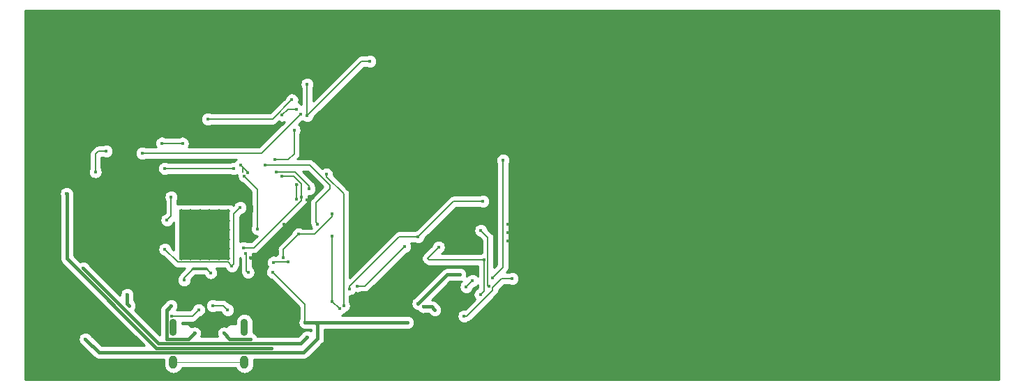
<source format=gbr>
G04 #@! TF.GenerationSoftware,KiCad,Pcbnew,5.1.9-73d0e3b20d~88~ubuntu18.04.1*
G04 #@! TF.CreationDate,2021-01-11T20:19:43+02:00*
G04 #@! TF.ProjectId,iPod nano 6 LCD,69506f64-206e-4616-9e6f-2036204c4344,rev?*
G04 #@! TF.SameCoordinates,Original*
G04 #@! TF.FileFunction,Copper,L2,Bot*
G04 #@! TF.FilePolarity,Positive*
%FSLAX46Y46*%
G04 Gerber Fmt 4.6, Leading zero omitted, Abs format (unit mm)*
G04 Created by KiCad (PCBNEW 5.1.9-73d0e3b20d~88~ubuntu18.04.1) date 2021-01-11 20:19:43*
%MOMM*%
%LPD*%
G01*
G04 APERTURE LIST*
G04 #@! TA.AperFunction,ComponentPad*
%ADD10C,0.500000*%
G04 #@! TD*
G04 #@! TA.AperFunction,SMDPad,CuDef*
%ADD11R,6.200000X6.200000*%
G04 #@! TD*
G04 #@! TA.AperFunction,ComponentPad*
%ADD12O,1.000000X1.600000*%
G04 #@! TD*
G04 #@! TA.AperFunction,ComponentPad*
%ADD13O,0.900000X2.100000*%
G04 #@! TD*
G04 #@! TA.AperFunction,ViaPad*
%ADD14C,0.450000*%
G04 #@! TD*
G04 #@! TA.AperFunction,Conductor*
%ADD15C,0.400000*%
G04 #@! TD*
G04 #@! TA.AperFunction,Conductor*
%ADD16C,0.200000*%
G04 #@! TD*
G04 #@! TA.AperFunction,Conductor*
%ADD17C,0.088900*%
G04 #@! TD*
G04 #@! TA.AperFunction,Conductor*
%ADD18C,0.254000*%
G04 #@! TD*
G04 #@! TA.AperFunction,Conductor*
%ADD19C,0.100000*%
G04 #@! TD*
G04 APERTURE END LIST*
D10*
X137358000Y-82352000D03*
X137358000Y-81212000D03*
X137358000Y-80072000D03*
X137358000Y-78932000D03*
X137358000Y-77792000D03*
X137358000Y-76652000D03*
X138498000Y-82352000D03*
X138498000Y-81212000D03*
X138498000Y-80072000D03*
X138498000Y-78932000D03*
X138498000Y-77792000D03*
X138498000Y-76652000D03*
X139638000Y-82352000D03*
X139638000Y-81212000D03*
X139638000Y-80072000D03*
X139638000Y-78932000D03*
X139638000Y-77792000D03*
X139638000Y-76652000D03*
X140778000Y-82352000D03*
X140778000Y-81212000D03*
X140778000Y-80072000D03*
X140778000Y-78932000D03*
X140778000Y-77792000D03*
X140778000Y-76652000D03*
X141918000Y-82352000D03*
X141918000Y-81212000D03*
X141918000Y-80072000D03*
X141918000Y-78932000D03*
X141918000Y-77792000D03*
X141918000Y-76652000D03*
X143058000Y-82352000D03*
X143058000Y-81212000D03*
X143058000Y-80072000D03*
X143058000Y-78932000D03*
X143058000Y-77792000D03*
X143058000Y-76652000D03*
D11*
X140208000Y-79502000D03*
D12*
X136396000Y-94961000D03*
X145036000Y-94961000D03*
D13*
X136396000Y-90781000D03*
X145036000Y-90781000D03*
D14*
X152146000Y-77978000D03*
X145796000Y-82296000D03*
X152146000Y-67564000D03*
X177038000Y-86868000D03*
X139903200Y-68732400D03*
X182270400Y-87223600D03*
X183270400Y-87223600D03*
X184270400Y-87223600D03*
X185270400Y-87223600D03*
X186270400Y-87223600D03*
X182270400Y-88223600D03*
X183270400Y-88223600D03*
X184270400Y-88223600D03*
X185270400Y-88223600D03*
X186270400Y-88223600D03*
X182270400Y-89223600D03*
X183270400Y-89223600D03*
X184270400Y-89223600D03*
X185270400Y-89223600D03*
X186270400Y-89223600D03*
X182270400Y-90223600D03*
X183270400Y-90223600D03*
X184270400Y-90223600D03*
X185270400Y-90223600D03*
X186270400Y-90223600D03*
X182270400Y-91223600D03*
X183270400Y-91223600D03*
X184270400Y-91223600D03*
X185270400Y-91223600D03*
X186270400Y-91223600D03*
X180109089Y-85179368D03*
X179374800Y-87782400D03*
X141071600Y-86360000D03*
X133299200Y-89357200D03*
X133908800Y-89357200D03*
X134569200Y-89357200D03*
X132029200Y-88392000D03*
X125577600Y-94234000D03*
X125526800Y-86360000D03*
X129590800Y-78486000D03*
X130200400Y-78435200D03*
X129794000Y-76657200D03*
X130454400Y-76657200D03*
X131064000Y-76657200D03*
X131622800Y-76657200D03*
X135636000Y-78790800D03*
X135839200Y-82854800D03*
X137366000Y-87932000D03*
X138074400Y-87934800D03*
X137210800Y-74879200D03*
X144983200Y-77520800D03*
X182492400Y-57543200D03*
X184492400Y-57543200D03*
X180492400Y-53543200D03*
X183492400Y-57543200D03*
X181492400Y-54543200D03*
X182492400Y-54543200D03*
X183492400Y-54543200D03*
X180492400Y-55543200D03*
X181492400Y-53543200D03*
X181492400Y-55543200D03*
X182492400Y-55543200D03*
X184492400Y-55543200D03*
X180492400Y-56543200D03*
X181492400Y-56543200D03*
X180492400Y-54543200D03*
X184492400Y-56543200D03*
X182492400Y-53543200D03*
X182492400Y-56543200D03*
X183492400Y-56543200D03*
X184492400Y-54543200D03*
X184492400Y-53543200D03*
X183492400Y-55543200D03*
X180492400Y-57543200D03*
X181492400Y-57543200D03*
X183492400Y-53543200D03*
X119634000Y-65160400D03*
X122634000Y-67160400D03*
X122634000Y-68160400D03*
X123634000Y-68160400D03*
X123634000Y-67160400D03*
X120634000Y-66160400D03*
X121634000Y-64160400D03*
X121634000Y-68160400D03*
X123634000Y-64160400D03*
X121634000Y-66160400D03*
X122634000Y-66160400D03*
X119634000Y-67160400D03*
X120634000Y-68160400D03*
X121634000Y-67160400D03*
X123634000Y-66160400D03*
X119634000Y-64160400D03*
X122634000Y-65160400D03*
X122634000Y-64160400D03*
X119634000Y-68160400D03*
X121634000Y-65160400D03*
X123634000Y-65160400D03*
X120634000Y-65160400D03*
X119634000Y-66160400D03*
X120634000Y-64160400D03*
X120634000Y-67160400D03*
X136130800Y-62877200D03*
X133130800Y-60877200D03*
X136130800Y-61877200D03*
X135130800Y-60877200D03*
X132130800Y-60877200D03*
X133130800Y-61877200D03*
X132130800Y-61877200D03*
X136130800Y-60877200D03*
X136130800Y-59877200D03*
X135130800Y-61877200D03*
X133130800Y-59877200D03*
X134130800Y-62877200D03*
X135130800Y-59877200D03*
X135130800Y-62877200D03*
X132130800Y-58877200D03*
X134130800Y-61877200D03*
X134130800Y-58877200D03*
X136130800Y-58877200D03*
X132130800Y-62877200D03*
X133130800Y-58877200D03*
X133130800Y-62877200D03*
X134130800Y-59877200D03*
X135130800Y-58877200D03*
X132130800Y-59877200D03*
X134130800Y-60877200D03*
X160477200Y-93744800D03*
X161477200Y-93744800D03*
X160477200Y-95744800D03*
X161477200Y-91744800D03*
X162477200Y-94744800D03*
X162477200Y-91744800D03*
X164477200Y-95744800D03*
X162477200Y-92744800D03*
X164477200Y-92744800D03*
X163477200Y-91744800D03*
X164477200Y-94744800D03*
X162477200Y-93744800D03*
X161477200Y-95744800D03*
X160477200Y-92744800D03*
X164477200Y-91744800D03*
X163477200Y-94744800D03*
X161477200Y-94744800D03*
X163477200Y-93744800D03*
X160477200Y-94744800D03*
X161477200Y-92744800D03*
X163477200Y-95744800D03*
X162477200Y-95744800D03*
X164477200Y-93744800D03*
X163477200Y-92744800D03*
X160477200Y-91744800D03*
X185270400Y-91223600D03*
X186270400Y-91223600D03*
X187270400Y-91223600D03*
X188270400Y-91223600D03*
X184270400Y-92223600D03*
X185270400Y-92223600D03*
X186270400Y-92223600D03*
X187270400Y-92223600D03*
X188270400Y-92223600D03*
X187270400Y-91223600D03*
X188270400Y-91223600D03*
X189270400Y-91223600D03*
X190270400Y-91223600D03*
X186270400Y-92223600D03*
X187270400Y-92223600D03*
X188270400Y-92223600D03*
X189270400Y-92223600D03*
X190270400Y-92223600D03*
X183270400Y-87223600D03*
X184270400Y-87223600D03*
X185270400Y-87223600D03*
X186270400Y-87223600D03*
X182270400Y-88223600D03*
X183270400Y-88223600D03*
X184270400Y-88223600D03*
X185270400Y-88223600D03*
X186270400Y-88223600D03*
X186270400Y-91223600D03*
X187270400Y-91223600D03*
X188270400Y-91223600D03*
X189270400Y-91223600D03*
X185270400Y-92223600D03*
X186270400Y-92223600D03*
X187270400Y-92223600D03*
X188270400Y-92223600D03*
X189270400Y-92223600D03*
X184270400Y-88223600D03*
X185270400Y-88223600D03*
X186270400Y-88223600D03*
X187270400Y-88223600D03*
X183270400Y-89223600D03*
X184270400Y-89223600D03*
X185270400Y-89223600D03*
X186270400Y-89223600D03*
X187270400Y-89223600D03*
X185270400Y-88223600D03*
X186270400Y-88223600D03*
X187270400Y-88223600D03*
X188270400Y-88223600D03*
X184270400Y-89223600D03*
X185270400Y-89223600D03*
X186270400Y-89223600D03*
X187270400Y-89223600D03*
X188270400Y-89223600D03*
X186270400Y-88223600D03*
X187270400Y-88223600D03*
X188270400Y-88223600D03*
X189270400Y-88223600D03*
X185270400Y-89223600D03*
X186270400Y-89223600D03*
X187270400Y-89223600D03*
X188270400Y-89223600D03*
X189270400Y-89223600D03*
X183270400Y-89223600D03*
X184270400Y-89223600D03*
X185270400Y-89223600D03*
X186270400Y-89223600D03*
X182270400Y-90223600D03*
X183270400Y-90223600D03*
X184270400Y-90223600D03*
X185270400Y-90223600D03*
X186270400Y-90223600D03*
X184270400Y-87223600D03*
X185270400Y-87223600D03*
X186270400Y-87223600D03*
X187270400Y-87223600D03*
X183270400Y-88223600D03*
X184270400Y-88223600D03*
X185270400Y-88223600D03*
X186270400Y-88223600D03*
X187270400Y-88223600D03*
X184270400Y-89223600D03*
X185270400Y-89223600D03*
X186270400Y-89223600D03*
X187270400Y-89223600D03*
X183270400Y-90223600D03*
X184270400Y-90223600D03*
X185270400Y-90223600D03*
X186270400Y-90223600D03*
X187270400Y-90223600D03*
X185270400Y-89223600D03*
X186270400Y-89223600D03*
X187270400Y-89223600D03*
X188270400Y-89223600D03*
X184270400Y-90223600D03*
X185270400Y-90223600D03*
X186270400Y-90223600D03*
X187270400Y-90223600D03*
X188270400Y-90223600D03*
X187270400Y-89223600D03*
X188270400Y-89223600D03*
X189270400Y-89223600D03*
X190270400Y-89223600D03*
X186270400Y-90223600D03*
X187270400Y-90223600D03*
X188270400Y-90223600D03*
X189270400Y-90223600D03*
X190270400Y-90223600D03*
X183270400Y-90223600D03*
X184270400Y-90223600D03*
X185270400Y-90223600D03*
X186270400Y-90223600D03*
X182270400Y-91223600D03*
X183270400Y-91223600D03*
X184270400Y-91223600D03*
X185270400Y-91223600D03*
X186270400Y-91223600D03*
X184270400Y-90223600D03*
X185270400Y-90223600D03*
X186270400Y-90223600D03*
X187270400Y-90223600D03*
X183270400Y-91223600D03*
X184270400Y-91223600D03*
X185270400Y-91223600D03*
X186270400Y-91223600D03*
X187270400Y-91223600D03*
X183270400Y-88223600D03*
X184270400Y-88223600D03*
X185270400Y-88223600D03*
X186270400Y-88223600D03*
X182270400Y-89223600D03*
X183270400Y-89223600D03*
X184270400Y-89223600D03*
X185270400Y-89223600D03*
X186270400Y-89223600D03*
X187270400Y-90223600D03*
X188270400Y-90223600D03*
X189270400Y-90223600D03*
X190270400Y-90223600D03*
X186270400Y-91223600D03*
X187270400Y-91223600D03*
X188270400Y-91223600D03*
X189270400Y-91223600D03*
X190270400Y-91223600D03*
X185270400Y-87223600D03*
X186270400Y-87223600D03*
X187270400Y-87223600D03*
X188270400Y-87223600D03*
X184270400Y-88223600D03*
X185270400Y-88223600D03*
X186270400Y-88223600D03*
X187270400Y-88223600D03*
X188270400Y-88223600D03*
X185270400Y-90223600D03*
X186270400Y-90223600D03*
X187270400Y-90223600D03*
X188270400Y-90223600D03*
X184270400Y-91223600D03*
X185270400Y-91223600D03*
X186270400Y-91223600D03*
X187270400Y-91223600D03*
X188270400Y-91223600D03*
X186270400Y-90223600D03*
X187270400Y-90223600D03*
X188270400Y-90223600D03*
X189270400Y-90223600D03*
X185270400Y-91223600D03*
X186270400Y-91223600D03*
X187270400Y-91223600D03*
X188270400Y-91223600D03*
X189270400Y-91223600D03*
X187270400Y-88223600D03*
X188270400Y-88223600D03*
X189270400Y-88223600D03*
X190270400Y-88223600D03*
X186270400Y-89223600D03*
X187270400Y-89223600D03*
X188270400Y-89223600D03*
X189270400Y-89223600D03*
X190270400Y-89223600D03*
X187270400Y-87223600D03*
X188270400Y-87223600D03*
X189270400Y-87223600D03*
X190270400Y-87223600D03*
X186270400Y-88223600D03*
X187270400Y-88223600D03*
X188270400Y-88223600D03*
X189270400Y-88223600D03*
X190270400Y-88223600D03*
X186270400Y-89223600D03*
X187270400Y-89223600D03*
X188270400Y-89223600D03*
X189270400Y-89223600D03*
X185270400Y-90223600D03*
X186270400Y-90223600D03*
X187270400Y-90223600D03*
X188270400Y-90223600D03*
X189270400Y-90223600D03*
X183270400Y-91223600D03*
X184270400Y-91223600D03*
X185270400Y-91223600D03*
X186270400Y-91223600D03*
X182270400Y-92223600D03*
X183270400Y-92223600D03*
X184270400Y-92223600D03*
X185270400Y-92223600D03*
X186270400Y-92223600D03*
X184270400Y-91223600D03*
X185270400Y-91223600D03*
X186270400Y-91223600D03*
X187270400Y-91223600D03*
X183270400Y-92223600D03*
X184270400Y-92223600D03*
X185270400Y-92223600D03*
X186270400Y-92223600D03*
X187270400Y-92223600D03*
X186270400Y-87223600D03*
X187270400Y-87223600D03*
X188270400Y-87223600D03*
X189270400Y-87223600D03*
X185270400Y-88223600D03*
X186270400Y-88223600D03*
X187270400Y-88223600D03*
X188270400Y-88223600D03*
X189270400Y-88223600D03*
X193262000Y-91223600D03*
X195262000Y-91223600D03*
X191262000Y-87223600D03*
X194262000Y-91223600D03*
X192262000Y-88223600D03*
X193262000Y-88223600D03*
X194262000Y-88223600D03*
X191262000Y-89223600D03*
X192262000Y-87223600D03*
X192262000Y-89223600D03*
X193262000Y-89223600D03*
X195262000Y-89223600D03*
X191262000Y-90223600D03*
X192262000Y-90223600D03*
X191262000Y-88223600D03*
X195262000Y-90223600D03*
X193262000Y-87223600D03*
X193262000Y-90223600D03*
X194262000Y-90223600D03*
X195262000Y-88223600D03*
X195262000Y-87223600D03*
X194262000Y-89223600D03*
X191262000Y-91223600D03*
X192262000Y-91223600D03*
X194262000Y-87223600D03*
X192262000Y-87223600D03*
X193262000Y-88223600D03*
X198262000Y-92223600D03*
X196262000Y-91223600D03*
X195262000Y-91223600D03*
X196262000Y-91223600D03*
X194262000Y-88223600D03*
X195262000Y-91223600D03*
X197262000Y-91223600D03*
X196262000Y-92223600D03*
X195262000Y-92223600D03*
X194262000Y-91223600D03*
X193262000Y-92223600D03*
X194262000Y-92223600D03*
X199262000Y-91223600D03*
X196262000Y-92223600D03*
X199262000Y-92223600D03*
X193262000Y-87223600D03*
X198262000Y-91223600D03*
X192262000Y-88223600D03*
X197262000Y-92223600D03*
X197262000Y-92223600D03*
X195262000Y-88223600D03*
X195262000Y-87223600D03*
X195262000Y-92223600D03*
X197262000Y-91223600D03*
X194262000Y-87223600D03*
X191262000Y-88223600D03*
X198262000Y-88223600D03*
X197262000Y-89223600D03*
X196262000Y-88223600D03*
X195262000Y-89223600D03*
X195262000Y-92223600D03*
X197262000Y-92223600D03*
X193262000Y-87223600D03*
X196262000Y-88223600D03*
X194262000Y-89223600D03*
X194262000Y-88223600D03*
X194262000Y-92223600D03*
X197262000Y-91223600D03*
X197262000Y-88223600D03*
X198262000Y-89223600D03*
X193262000Y-88223600D03*
X196262000Y-88223600D03*
X198262000Y-92223600D03*
X196262000Y-89223600D03*
X196262000Y-92223600D03*
X195262000Y-88223600D03*
X192262000Y-89223600D03*
X191262000Y-90223600D03*
X194262000Y-87223600D03*
X195262000Y-89223600D03*
X194262000Y-89223600D03*
X196262000Y-87223600D03*
X194262000Y-89223600D03*
X193262000Y-88223600D03*
X194262000Y-88223600D03*
X195262000Y-88223600D03*
X195262000Y-88223600D03*
X195262000Y-89223600D03*
X192262000Y-88223600D03*
X196262000Y-89223600D03*
X194262000Y-90223600D03*
X195262000Y-87223600D03*
X195262000Y-88223600D03*
X197262000Y-89223600D03*
X193262000Y-90223600D03*
X193262000Y-89223600D03*
X196262000Y-89223600D03*
X193262000Y-89223600D03*
X192262000Y-89223600D03*
X195262000Y-89223600D03*
X195262000Y-89223600D03*
X196262000Y-88223600D03*
X198262000Y-91223600D03*
X197262000Y-88223600D03*
X196262000Y-89223600D03*
X194262000Y-89223600D03*
X195262000Y-90223600D03*
X193262000Y-89223600D03*
X193262000Y-89223600D03*
X196262000Y-91223600D03*
X192262000Y-90223600D03*
X192262000Y-90223600D03*
X194262000Y-88223600D03*
X194262000Y-89223600D03*
X194262000Y-90223600D03*
X196262000Y-89223600D03*
X196262000Y-90223600D03*
X195262000Y-90223600D03*
X195262000Y-90223600D03*
X194262000Y-91223600D03*
X194262000Y-88223600D03*
X195262000Y-90223600D03*
X193262000Y-91223600D03*
X194262000Y-89223600D03*
X197262000Y-90223600D03*
X194262000Y-90223600D03*
X194262000Y-91223600D03*
X198262000Y-90223600D03*
X194262000Y-90223600D03*
X191262000Y-89223600D03*
X193262000Y-88223600D03*
X193262000Y-90223600D03*
X192262000Y-90223600D03*
X191262000Y-91223600D03*
X196262000Y-90223600D03*
X192262000Y-89223600D03*
X194262000Y-89223600D03*
X193262000Y-89223600D03*
X193262000Y-90223600D03*
X193262000Y-90223600D03*
X195262000Y-90223600D03*
X195262000Y-89223600D03*
X196262000Y-90223600D03*
X195262000Y-91223600D03*
X192262000Y-91223600D03*
X199262000Y-89223600D03*
X196262000Y-90223600D03*
X199262000Y-90223600D03*
X195262000Y-91223600D03*
X195262000Y-91223600D03*
X196262000Y-91223600D03*
X197262000Y-90223600D03*
X196262000Y-90223600D03*
X197262000Y-91223600D03*
X198262000Y-91223600D03*
X199262000Y-91223600D03*
X196262000Y-89223600D03*
X192262000Y-91223600D03*
X196262000Y-91223600D03*
X193262000Y-91223600D03*
X195262000Y-89223600D03*
X195262000Y-88223600D03*
X197262000Y-89223600D03*
X195262000Y-90223600D03*
X199262000Y-90223600D03*
X198262000Y-89223600D03*
X194262000Y-90223600D03*
X198262000Y-90223600D03*
X192262000Y-88223600D03*
X197262000Y-90223600D03*
X193262000Y-90223600D03*
X197262000Y-89223600D03*
X195262000Y-87223600D03*
X194262000Y-87223600D03*
X196262000Y-88223600D03*
X199262000Y-88223600D03*
X195262000Y-91223600D03*
X195262000Y-88223600D03*
X194262000Y-90223600D03*
X197262000Y-91223600D03*
X196262000Y-89223600D03*
X196262000Y-88223600D03*
X196262000Y-90223600D03*
X197262000Y-90223600D03*
X194262000Y-91223600D03*
X197262000Y-88223600D03*
X196262000Y-88223600D03*
X199262000Y-88223600D03*
X198262000Y-91223600D03*
X199262000Y-87223600D03*
X196262000Y-91223600D03*
X195262000Y-89223600D03*
X198262000Y-89223600D03*
X194262000Y-90223600D03*
X195262000Y-90223600D03*
X198262000Y-89223600D03*
X196262000Y-90223600D03*
X197262000Y-90223600D03*
X195262000Y-91223600D03*
X193262000Y-88223600D03*
X198262000Y-90223600D03*
X198262000Y-88223600D03*
X195262000Y-90223600D03*
X199262000Y-89223600D03*
X197262000Y-87223600D03*
X192262000Y-91223600D03*
X193262000Y-91223600D03*
X197262000Y-90223600D03*
X194262000Y-91223600D03*
X196262000Y-91223600D03*
X197262000Y-87223600D03*
X194262000Y-91223600D03*
X195262000Y-88223600D03*
X195262000Y-89223600D03*
X197262000Y-88223600D03*
X196262000Y-90223600D03*
X197262000Y-88223600D03*
X198262000Y-90223600D03*
X198262000Y-87223600D03*
X194262000Y-88223600D03*
X196262000Y-87223600D03*
X197262000Y-89223600D03*
X198262000Y-88223600D03*
X196262000Y-89223600D03*
X195262000Y-90223600D03*
X193262000Y-91223600D03*
X197262000Y-91223600D03*
X197262000Y-89223600D03*
X196262000Y-87223600D03*
X193262000Y-92223600D03*
X194262000Y-88223600D03*
X192262000Y-92223600D03*
X193262000Y-91223600D03*
X195262000Y-92223600D03*
X194262000Y-91223600D03*
X191262000Y-92223600D03*
X192262000Y-92223600D03*
X193262000Y-92223600D03*
X195262000Y-87223600D03*
X198262000Y-88223600D03*
X195262000Y-88223600D03*
X196262000Y-87223600D03*
X198262000Y-87223600D03*
X194262000Y-92223600D03*
X196262000Y-88223600D03*
X195262000Y-91223600D03*
X195262000Y-91223600D03*
X196262000Y-92223600D03*
X197262000Y-88223600D03*
X195262000Y-92223600D03*
X194262000Y-92223600D03*
X197262000Y-87223600D03*
X196262000Y-91223600D03*
X183340000Y-80213200D03*
X183340000Y-81213200D03*
X183340000Y-81213200D03*
X183340000Y-81213200D03*
X183340000Y-80213200D03*
X183340000Y-82213200D03*
X183340000Y-81213200D03*
X182340000Y-80213200D03*
X183340000Y-81213200D03*
X183340000Y-80213200D03*
X182340000Y-80213200D03*
X182340000Y-80213200D03*
X183340000Y-82213200D03*
X183340000Y-80213200D03*
X183340000Y-82213200D03*
X183340000Y-82213200D03*
X183340000Y-81213200D03*
X183340000Y-81213200D03*
X183340000Y-82213200D03*
X183340000Y-82213200D03*
X183340000Y-82213200D03*
X183340000Y-82213200D03*
X183340000Y-81213200D03*
X177038000Y-78232000D03*
X178038000Y-78232000D03*
X179038000Y-78232000D03*
X177038000Y-79232000D03*
X178038000Y-79232000D03*
X179038000Y-79232000D03*
X177038000Y-80232000D03*
X178038000Y-80232000D03*
X179038000Y-80232000D03*
X182340000Y-82213200D03*
X182340000Y-81213200D03*
X182340000Y-82213200D03*
X182340000Y-82213200D03*
X182340000Y-82213200D03*
X182340000Y-81213200D03*
X182340000Y-82213200D03*
X182340000Y-81213200D03*
X182340000Y-81213200D03*
X182340000Y-81213200D03*
X182340000Y-82213200D03*
X182340000Y-81213200D03*
X152654000Y-75311990D03*
X150622000Y-77978000D03*
X149860000Y-78232000D03*
X142458000Y-84546000D03*
X143458000Y-84546000D03*
X142458000Y-85546000D03*
X143458000Y-85546000D03*
X166751000Y-88265000D03*
X168148000Y-88646000D03*
X177546000Y-84836000D03*
X171704000Y-89408000D03*
X172720000Y-85090000D03*
X171958000Y-85852000D03*
X136144000Y-88138000D03*
X143002000Y-88646000D03*
X141182500Y-88138000D03*
X138979973Y-91470011D03*
X145796000Y-92163901D03*
X142550591Y-91470011D03*
X139496800Y-88646000D03*
X136170990Y-89408000D03*
X149606000Y-72390000D03*
X144925376Y-81089842D03*
X151962087Y-74917958D03*
X150368000Y-82804000D03*
X148574110Y-82860000D03*
X148878113Y-71847887D03*
X152908000Y-73914000D03*
X140594100Y-65460900D03*
X150799800Y-63119000D03*
X125476000Y-83566000D03*
X152654000Y-91948000D03*
X168605200Y-81026000D03*
X174142400Y-82550000D03*
X158737300Y-85737700D03*
X164490400Y-80924400D03*
X173670387Y-86802387D03*
X166116000Y-79756000D03*
X173990000Y-75438000D03*
X152654000Y-65024000D03*
X160274000Y-58420000D03*
X152654000Y-61214000D03*
X151079200Y-66802000D03*
X148766139Y-70385061D03*
X157805437Y-86084219D03*
X123445910Y-74484090D03*
X143713200Y-71475600D03*
X135357620Y-71449180D03*
X148336000Y-93267901D03*
X123494800Y-78435200D03*
X153924000Y-78232000D03*
X147574000Y-71035280D03*
X135382000Y-81280000D03*
X143510000Y-83312000D03*
X144526000Y-76200000D03*
X140959347Y-84127454D03*
X137712300Y-85032700D03*
X144576800Y-71035280D03*
X135026400Y-68376800D03*
X137515600Y-68376800D03*
X145442002Y-71981998D03*
X145192100Y-81782587D03*
X145479000Y-84074000D03*
X157073600Y-88138000D03*
X154996000Y-72146029D03*
X151384000Y-75203372D03*
X151384000Y-73406000D03*
X135636000Y-77724000D03*
X136144000Y-74930000D03*
X149765900Y-82296000D03*
X125730000Y-92202000D03*
X152400000Y-90170000D03*
X146606672Y-78788672D03*
X145034000Y-72390000D03*
X164846000Y-90170000D03*
X166116000Y-87884000D03*
X171196000Y-84328000D03*
X126949200Y-71863080D03*
X151333200Y-64262000D03*
X149606000Y-64973200D03*
X148490580Y-84074000D03*
X151631358Y-79439000D03*
X128270000Y-69342000D03*
X155702000Y-76962000D03*
X130810000Y-86783990D03*
X131064000Y-88138000D03*
X130956010Y-93833990D03*
X174713328Y-85813328D03*
X173736000Y-78994000D03*
X156591000Y-88519000D03*
X155702000Y-87630000D03*
X155702000Y-79705200D03*
X151841200Y-64871600D03*
X132638800Y-69596000D03*
X175127228Y-84744900D03*
X176428400Y-70459600D03*
D15*
X144983200Y-77520800D02*
X145846800Y-76657200D01*
X145846800Y-76657200D02*
X145846800Y-75996800D01*
X145796000Y-82296000D02*
X146050000Y-82296000D01*
X167767000Y-88265000D02*
X168148000Y-88646000D01*
X166751000Y-88265000D02*
X167767000Y-88265000D01*
D16*
X177546000Y-84836000D02*
X176276000Y-84836000D01*
X175165329Y-86264869D02*
X172022198Y-89408000D01*
X175165329Y-85946671D02*
X175165329Y-86264869D01*
X172022198Y-89408000D02*
X171704000Y-89408000D01*
X176276000Y-84836000D02*
X175165329Y-85946671D01*
X172720000Y-85090000D02*
X171958000Y-85852000D01*
D15*
X135657090Y-88624910D02*
X136144000Y-88138000D01*
X135618990Y-92184990D02*
X135622891Y-92188891D01*
X136144000Y-88138000D02*
X135618990Y-88663010D01*
X135618990Y-88663010D02*
X135618990Y-92184990D01*
D16*
X143002000Y-88646000D02*
X142494000Y-88138000D01*
X142494000Y-88138000D02*
X141182500Y-88138000D01*
D15*
X135618990Y-92184990D02*
X138264994Y-92184990D01*
X138264994Y-92184990D02*
X138979973Y-91470011D01*
X145796000Y-92163901D02*
X143244481Y-92163901D01*
X143244481Y-92163901D02*
X142550591Y-91470011D01*
D16*
X138734800Y-89408000D02*
X136170990Y-89408000D01*
X139496800Y-88646000D02*
X138734800Y-89408000D01*
X151031384Y-72390000D02*
X149606000Y-72390000D01*
X151962087Y-73320703D02*
X151461692Y-72820308D01*
X151962087Y-74917958D02*
X151962087Y-73320703D01*
X151461692Y-72820308D02*
X151031384Y-72390000D01*
X151962087Y-74917958D02*
X151962087Y-75358831D01*
X146184097Y-81089842D02*
X151938597Y-75335342D01*
X144925376Y-81089842D02*
X146184097Y-81089842D01*
X150368000Y-82804000D02*
X148630110Y-82804000D01*
X148630110Y-82804000D02*
X148574110Y-82860000D01*
X152908000Y-73595802D02*
X151160085Y-71847887D01*
X151160085Y-71847887D02*
X148878113Y-71847887D01*
X152908000Y-73914000D02*
X152908000Y-73595802D01*
X148457900Y-65460900D02*
X140594100Y-65460900D01*
X150799800Y-63119000D02*
X148457900Y-65460900D01*
D15*
X151886099Y-92715901D02*
X152654000Y-91948000D01*
X134625901Y-92715901D02*
X151886099Y-92715901D01*
X125476000Y-83566000D02*
X134625901Y-92715901D01*
D16*
X168605200Y-81026000D02*
X167257118Y-82374082D01*
X167433036Y-82550000D02*
X167257118Y-82374082D01*
X172466000Y-82550000D02*
X167433036Y-82550000D01*
X172466000Y-82550000D02*
X174142400Y-82550000D01*
X159677100Y-85737700D02*
X164490400Y-80924400D01*
X158737300Y-85737700D02*
X159677100Y-85737700D01*
X174142400Y-86330374D02*
X174142400Y-82550000D01*
X173670387Y-86802387D02*
X174142400Y-86330374D01*
X170434000Y-75438000D02*
X173990000Y-75438000D01*
X166116000Y-79756000D02*
X170434000Y-75438000D01*
X159258000Y-58420000D02*
X160274000Y-58420000D01*
X152654000Y-65024000D02*
X159258000Y-58420000D01*
X152654000Y-65024000D02*
X152654000Y-61214000D01*
X150340939Y-70385061D02*
X151079200Y-69646800D01*
X148766139Y-70385061D02*
X150340939Y-70385061D01*
X164133656Y-79756000D02*
X166116000Y-79756000D01*
D15*
X123494800Y-74532980D02*
X123445910Y-74484090D01*
X123494800Y-77368400D02*
X123494800Y-74532980D01*
D16*
X135384040Y-71475600D02*
X135357620Y-71449180D01*
X143713200Y-71475600D02*
X135384040Y-71475600D01*
D15*
X123494800Y-82401762D02*
X123494800Y-78435200D01*
X134360939Y-93267901D02*
X123494800Y-82401762D01*
X148336000Y-93267901D02*
X134360939Y-93267901D01*
X123494800Y-78435200D02*
X123494800Y-77368400D01*
D16*
X151079200Y-66802000D02*
X151079200Y-69646800D01*
X163815458Y-79756000D02*
X164133656Y-79756000D01*
X157805437Y-85766021D02*
X163815458Y-79756000D01*
X157805437Y-86084219D02*
X157805437Y-85766021D01*
X153699001Y-78007001D02*
X153924000Y-78232000D01*
X153699001Y-75648099D02*
X153699001Y-78007001D01*
X155448000Y-73899100D02*
X153699001Y-75648099D01*
X155448000Y-73499038D02*
X155448000Y-73899100D01*
X147574000Y-71035280D02*
X152984242Y-71035280D01*
X152984242Y-71035280D02*
X155448000Y-73499038D01*
X136931001Y-82829001D02*
X135382000Y-81280000D01*
X143027001Y-82829001D02*
X136931001Y-82829001D01*
X143510000Y-83312000D02*
X143027001Y-82829001D01*
X143764000Y-83058000D02*
X143510000Y-83312000D01*
X144526000Y-76200000D02*
X143764000Y-76962000D01*
X143764000Y-76962000D02*
X143764000Y-83058000D01*
X138849316Y-83600910D02*
X138398100Y-84052126D01*
X140432803Y-83600910D02*
X138849316Y-83600910D01*
X140959347Y-84127454D02*
X140432803Y-83600910D01*
X137712300Y-84737926D02*
X137712300Y-85032700D01*
X138739327Y-83710899D02*
X137712300Y-84737926D01*
X140542792Y-83710899D02*
X138739327Y-83710899D01*
X140959347Y-84127454D02*
X140542792Y-83710899D01*
D17*
X145036000Y-94961000D02*
X136396000Y-94961000D01*
D16*
X135026400Y-68376800D02*
X137515600Y-68376800D01*
X145442002Y-71900482D02*
X144576800Y-71035280D01*
X145442002Y-71981998D02*
X145442002Y-71900482D01*
X144844912Y-71863080D02*
X144844912Y-71303392D01*
X144844912Y-71303392D02*
X144576800Y-71035280D01*
X145288000Y-81788000D02*
X145288000Y-83883000D01*
X145288000Y-83883000D02*
X145479000Y-84074000D01*
X151504972Y-73476172D02*
X151333200Y-73304400D01*
X151384000Y-73355200D02*
X151333200Y-73304400D01*
X157073600Y-74531100D02*
X157073600Y-88138000D01*
X154996000Y-72146029D02*
X154996000Y-72453500D01*
X154996000Y-72453500D02*
X157073600Y-74531100D01*
X151384000Y-75203372D02*
X151384000Y-73406000D01*
X151384000Y-73406000D02*
X151384000Y-73355200D01*
X136144000Y-77216000D02*
X136144000Y-74930000D01*
X135636000Y-77724000D02*
X136144000Y-77216000D01*
D15*
X152405901Y-90164099D02*
X152400000Y-90170000D01*
X153662673Y-90164099D02*
X152405901Y-90164099D01*
X153929901Y-90431327D02*
X153662673Y-90164099D01*
X153929901Y-92124095D02*
X153929901Y-90431327D01*
D16*
X146606672Y-73962672D02*
X145034000Y-72390000D01*
X146606672Y-78788672D02*
X146606672Y-73962672D01*
D15*
X164840099Y-90164099D02*
X164846000Y-90170000D01*
X153662673Y-90164099D02*
X164840099Y-90164099D01*
X169672000Y-84328000D02*
X171196000Y-84328000D01*
X166116000Y-87884000D02*
X169672000Y-84328000D01*
D16*
X126949200Y-71863080D02*
X126949200Y-70967600D01*
X150317200Y-64262000D02*
X149606000Y-64973200D01*
X151333200Y-64262000D02*
X150317200Y-64262000D01*
X152400000Y-87983420D02*
X148490580Y-84074000D01*
X152400000Y-90170000D02*
X152400000Y-87983420D01*
X126949200Y-70967600D02*
X126949200Y-69726669D01*
X149765900Y-81304458D02*
X151631358Y-79439000D01*
X149765900Y-82296000D02*
X149765900Y-81304458D01*
X127333869Y-69342000D02*
X126949200Y-69726669D01*
X128270000Y-69342000D02*
X127333869Y-69342000D01*
D15*
X125730000Y-92202000D02*
X127361990Y-93833990D01*
X152220006Y-93833990D02*
X153929901Y-92124095D01*
D16*
X153543198Y-79439000D02*
X151631358Y-79439000D01*
X155702000Y-77280198D02*
X153543198Y-79439000D01*
X155702000Y-76962000D02*
X155702000Y-77280198D01*
D15*
X130810000Y-86783990D02*
X130810000Y-87884000D01*
X130810000Y-87884000D02*
X131064000Y-88138000D01*
X127361990Y-93833990D02*
X130956010Y-93833990D01*
X130956010Y-93833990D02*
X152220006Y-93833990D01*
D16*
X174594401Y-79852401D02*
X173736000Y-78994000D01*
X174594401Y-85694401D02*
X174594401Y-79852401D01*
X174713328Y-85813328D02*
X174594401Y-85694401D01*
X156591000Y-88519000D02*
X155702000Y-87630000D01*
X155702000Y-87630000D02*
X155702000Y-79705200D01*
X147116800Y-69596000D02*
X132638800Y-69596000D01*
X151841200Y-64871600D02*
X147116800Y-69596000D01*
X176428400Y-83443728D02*
X176428400Y-70459600D01*
X175127228Y-84744900D02*
X176428400Y-83443728D01*
D18*
X236576001Y-97130000D02*
X118460000Y-97130000D01*
X118460000Y-74399387D01*
X122585910Y-74399387D01*
X122585910Y-74568793D01*
X122618959Y-74734943D01*
X122659801Y-74833543D01*
X122659800Y-77409418D01*
X122659801Y-77409427D01*
X122659800Y-78224811D01*
X122634800Y-78350497D01*
X122634800Y-78519903D01*
X122659801Y-78645592D01*
X122659800Y-82360743D01*
X122655760Y-82401762D01*
X122659800Y-82442780D01*
X122671882Y-82565450D01*
X122719628Y-82722848D01*
X122797164Y-82867907D01*
X122901509Y-82995053D01*
X122933379Y-83021208D01*
X132911160Y-92998990D01*
X131166398Y-92998990D01*
X131040713Y-92973990D01*
X130871307Y-92973990D01*
X130745622Y-92998990D01*
X127707858Y-92998990D01*
X126469202Y-91760335D01*
X126398005Y-91653782D01*
X126278218Y-91533995D01*
X126137363Y-91439878D01*
X125980853Y-91375049D01*
X125814703Y-91342000D01*
X125645297Y-91342000D01*
X125479147Y-91375049D01*
X125322637Y-91439878D01*
X125181782Y-91533995D01*
X125061995Y-91653782D01*
X124967878Y-91794637D01*
X124903049Y-91951147D01*
X124870000Y-92117297D01*
X124870000Y-92286703D01*
X124903049Y-92452853D01*
X124967878Y-92609363D01*
X125061995Y-92750218D01*
X125181782Y-92870005D01*
X125288335Y-92941202D01*
X126742549Y-94395416D01*
X126768699Y-94427281D01*
X126895844Y-94531626D01*
X127040903Y-94609162D01*
X127198301Y-94656908D01*
X127320971Y-94668990D01*
X127320981Y-94668990D01*
X127361989Y-94673029D01*
X127402997Y-94668990D01*
X130745622Y-94668990D01*
X130871307Y-94693990D01*
X131040713Y-94693990D01*
X131166398Y-94668990D01*
X135261000Y-94668990D01*
X135261000Y-95316752D01*
X135277423Y-95483499D01*
X135342324Y-95697447D01*
X135447717Y-95894623D01*
X135589552Y-96067449D01*
X135762378Y-96209284D01*
X135959554Y-96314676D01*
X136173502Y-96379577D01*
X136396000Y-96401491D01*
X136618499Y-96379577D01*
X136832447Y-96314676D01*
X137029623Y-96209284D01*
X137202449Y-96067449D01*
X137344284Y-95894623D01*
X137449676Y-95697446D01*
X137466966Y-95640450D01*
X143965034Y-95640450D01*
X143982324Y-95697447D01*
X144087717Y-95894623D01*
X144229552Y-96067449D01*
X144402378Y-96209284D01*
X144599554Y-96314676D01*
X144813502Y-96379577D01*
X145036000Y-96401491D01*
X145258499Y-96379577D01*
X145472447Y-96314676D01*
X145669623Y-96209284D01*
X145842449Y-96067449D01*
X145984284Y-95894623D01*
X146089676Y-95697446D01*
X146154577Y-95483498D01*
X146171000Y-95316751D01*
X146171000Y-94668990D01*
X152178988Y-94668990D01*
X152220006Y-94673030D01*
X152261024Y-94668990D01*
X152261025Y-94668990D01*
X152383695Y-94656908D01*
X152541093Y-94609162D01*
X152686152Y-94531626D01*
X152813297Y-94427281D01*
X152839452Y-94395411D01*
X154491334Y-92743531D01*
X154523192Y-92717386D01*
X154558298Y-92674610D01*
X154627537Y-92590241D01*
X154705073Y-92445182D01*
X154734347Y-92348678D01*
X154752819Y-92287784D01*
X154764901Y-92165114D01*
X154764901Y-92165113D01*
X154768941Y-92124095D01*
X154764901Y-92083077D01*
X154764901Y-90999099D01*
X164605946Y-90999099D01*
X164761297Y-91030000D01*
X164930703Y-91030000D01*
X165096853Y-90996951D01*
X165253363Y-90932122D01*
X165394218Y-90838005D01*
X165514005Y-90718218D01*
X165608122Y-90577363D01*
X165672951Y-90420853D01*
X165706000Y-90254703D01*
X165706000Y-90085297D01*
X165672951Y-89919147D01*
X165608122Y-89762637D01*
X165514005Y-89621782D01*
X165394218Y-89501995D01*
X165253363Y-89407878D01*
X165096853Y-89343049D01*
X164930703Y-89310000D01*
X164761297Y-89310000D01*
X164665279Y-89329099D01*
X156882537Y-89329099D01*
X156998363Y-89281122D01*
X157139218Y-89187005D01*
X157259005Y-89067218D01*
X157328442Y-88963299D01*
X157480963Y-88900122D01*
X157621818Y-88806005D01*
X157741605Y-88686218D01*
X157835722Y-88545363D01*
X157900551Y-88388853D01*
X157933600Y-88222703D01*
X157933600Y-88053297D01*
X157900551Y-87887147D01*
X157864163Y-87799297D01*
X165256000Y-87799297D01*
X165256000Y-87968703D01*
X165289049Y-88134853D01*
X165353878Y-88291363D01*
X165447995Y-88432218D01*
X165567782Y-88552005D01*
X165708637Y-88646122D01*
X165865147Y-88710951D01*
X166031297Y-88744000D01*
X166036745Y-88744000D01*
X166082995Y-88813218D01*
X166202782Y-88933005D01*
X166343637Y-89027122D01*
X166500147Y-89091951D01*
X166666297Y-89125000D01*
X166835703Y-89125000D01*
X166961388Y-89100000D01*
X167417040Y-89100000D01*
X167479995Y-89194218D01*
X167599782Y-89314005D01*
X167740637Y-89408122D01*
X167897147Y-89472951D01*
X168063297Y-89506000D01*
X168232703Y-89506000D01*
X168398853Y-89472951D01*
X168555363Y-89408122D01*
X168696218Y-89314005D01*
X168816005Y-89194218D01*
X168910122Y-89053363D01*
X168974951Y-88896853D01*
X169008000Y-88730703D01*
X169008000Y-88561297D01*
X168974951Y-88395147D01*
X168910122Y-88238637D01*
X168816005Y-88097782D01*
X168696218Y-87977995D01*
X168589665Y-87906798D01*
X168386446Y-87703579D01*
X168360291Y-87671709D01*
X168233146Y-87567364D01*
X168088087Y-87489828D01*
X167930689Y-87442082D01*
X167808019Y-87430000D01*
X167808018Y-87430000D01*
X167767000Y-87425960D01*
X167753586Y-87427281D01*
X170017868Y-85163000D01*
X170985612Y-85163000D01*
X171111297Y-85188000D01*
X171280703Y-85188000D01*
X171446853Y-85154951D01*
X171463681Y-85147981D01*
X171409782Y-85183995D01*
X171289995Y-85303782D01*
X171195878Y-85444637D01*
X171131049Y-85601147D01*
X171098000Y-85767297D01*
X171098000Y-85936703D01*
X171131049Y-86102853D01*
X171195878Y-86259363D01*
X171289995Y-86400218D01*
X171409782Y-86520005D01*
X171550637Y-86614122D01*
X171707147Y-86678951D01*
X171873297Y-86712000D01*
X172042703Y-86712000D01*
X172208853Y-86678951D01*
X172365363Y-86614122D01*
X172506218Y-86520005D01*
X172626005Y-86400218D01*
X172720122Y-86259363D01*
X172784951Y-86102853D01*
X172794475Y-86054971D01*
X172922971Y-85926475D01*
X172970853Y-85916951D01*
X173127363Y-85852122D01*
X173268218Y-85758005D01*
X173388005Y-85638218D01*
X173407400Y-85609191D01*
X173407400Y-85980462D01*
X173263024Y-86040265D01*
X173122169Y-86134382D01*
X173002382Y-86254169D01*
X172908265Y-86395024D01*
X172843436Y-86551534D01*
X172810387Y-86717684D01*
X172810387Y-86887090D01*
X172843436Y-87053240D01*
X172908265Y-87209750D01*
X173002382Y-87350605D01*
X173021264Y-87369487D01*
X171833785Y-88556967D01*
X171788703Y-88548000D01*
X171619297Y-88548000D01*
X171453147Y-88581049D01*
X171296637Y-88645878D01*
X171155782Y-88739995D01*
X171035995Y-88859782D01*
X170941878Y-89000637D01*
X170877049Y-89157147D01*
X170844000Y-89323297D01*
X170844000Y-89492703D01*
X170877049Y-89658853D01*
X170941878Y-89815363D01*
X171035995Y-89956218D01*
X171155782Y-90076005D01*
X171296637Y-90170122D01*
X171453147Y-90234951D01*
X171619297Y-90268000D01*
X171788703Y-90268000D01*
X171954853Y-90234951D01*
X172111363Y-90170122D01*
X172169189Y-90131483D01*
X172304831Y-90090337D01*
X172432518Y-90022087D01*
X172544436Y-89930238D01*
X172567457Y-89902187D01*
X175659522Y-86810123D01*
X175687567Y-86787107D01*
X175779416Y-86675189D01*
X175847666Y-86547502D01*
X175889694Y-86408953D01*
X175900329Y-86300973D01*
X175900329Y-86300965D01*
X175903884Y-86264870D01*
X175902332Y-86249114D01*
X176580447Y-85571000D01*
X177098046Y-85571000D01*
X177138637Y-85598122D01*
X177295147Y-85662951D01*
X177461297Y-85696000D01*
X177630703Y-85696000D01*
X177796853Y-85662951D01*
X177953363Y-85598122D01*
X178094218Y-85504005D01*
X178214005Y-85384218D01*
X178308122Y-85243363D01*
X178372951Y-85086853D01*
X178406000Y-84920703D01*
X178406000Y-84751297D01*
X178372951Y-84585147D01*
X178308122Y-84428637D01*
X178214005Y-84287782D01*
X178094218Y-84167995D01*
X177953363Y-84073878D01*
X177796853Y-84009049D01*
X177630703Y-83976000D01*
X177461297Y-83976000D01*
X177295147Y-84009049D01*
X177138637Y-84073878D01*
X177098046Y-84101000D01*
X176810575Y-84101000D01*
X176922597Y-83988978D01*
X176950637Y-83965966D01*
X176973650Y-83937925D01*
X176973653Y-83937922D01*
X177017167Y-83884900D01*
X177042487Y-83854048D01*
X177110737Y-83726361D01*
X177140016Y-83629842D01*
X177152765Y-83587814D01*
X177156158Y-83553365D01*
X177163400Y-83479833D01*
X177163400Y-83479826D01*
X177166955Y-83443729D01*
X177163400Y-83407632D01*
X177163400Y-70907554D01*
X177190522Y-70866963D01*
X177255351Y-70710453D01*
X177288400Y-70544303D01*
X177288400Y-70374897D01*
X177255351Y-70208747D01*
X177190522Y-70052237D01*
X177096405Y-69911382D01*
X176976618Y-69791595D01*
X176835763Y-69697478D01*
X176679253Y-69632649D01*
X176513103Y-69599600D01*
X176343697Y-69599600D01*
X176177547Y-69632649D01*
X176021037Y-69697478D01*
X175880182Y-69791595D01*
X175760395Y-69911382D01*
X175666278Y-70052237D01*
X175601449Y-70208747D01*
X175568400Y-70374897D01*
X175568400Y-70544303D01*
X175601449Y-70710453D01*
X175666278Y-70866963D01*
X175693401Y-70907555D01*
X175693400Y-83139281D01*
X175329401Y-83503280D01*
X175329401Y-79888495D01*
X175332956Y-79852400D01*
X175329401Y-79816305D01*
X175329401Y-79816296D01*
X175318766Y-79708316D01*
X175276738Y-79569768D01*
X175208488Y-79442081D01*
X175116639Y-79330163D01*
X175088594Y-79307147D01*
X174572475Y-78791029D01*
X174562951Y-78743147D01*
X174498122Y-78586637D01*
X174404005Y-78445782D01*
X174284218Y-78325995D01*
X174143363Y-78231878D01*
X173986853Y-78167049D01*
X173820703Y-78134000D01*
X173651297Y-78134000D01*
X173485147Y-78167049D01*
X173328637Y-78231878D01*
X173187782Y-78325995D01*
X173067995Y-78445782D01*
X172973878Y-78586637D01*
X172909049Y-78743147D01*
X172876000Y-78909297D01*
X172876000Y-79078703D01*
X172909049Y-79244853D01*
X172973878Y-79401363D01*
X173067995Y-79542218D01*
X173187782Y-79662005D01*
X173328637Y-79756122D01*
X173485147Y-79820951D01*
X173533029Y-79830475D01*
X173859402Y-80156849D01*
X173859402Y-81736364D01*
X173735037Y-81787878D01*
X173694446Y-81815000D01*
X168947674Y-81815000D01*
X169012563Y-81788122D01*
X169153418Y-81694005D01*
X169273205Y-81574218D01*
X169367322Y-81433363D01*
X169432151Y-81276853D01*
X169465200Y-81110703D01*
X169465200Y-80941297D01*
X169432151Y-80775147D01*
X169367322Y-80618637D01*
X169273205Y-80477782D01*
X169153418Y-80357995D01*
X169012563Y-80263878D01*
X168856053Y-80199049D01*
X168689903Y-80166000D01*
X168520497Y-80166000D01*
X168354347Y-80199049D01*
X168197837Y-80263878D01*
X168056982Y-80357995D01*
X167937195Y-80477782D01*
X167843078Y-80618637D01*
X167778249Y-80775147D01*
X167768725Y-80823028D01*
X166762920Y-81828834D01*
X166734881Y-81851845D01*
X166711870Y-81879884D01*
X166711865Y-81879889D01*
X166681579Y-81916793D01*
X166643032Y-81963763D01*
X166574782Y-82091449D01*
X166532753Y-82229997D01*
X166518562Y-82374082D01*
X166532753Y-82518167D01*
X166574782Y-82656715D01*
X166643032Y-82784401D01*
X166711865Y-82868275D01*
X166711870Y-82868280D01*
X166734881Y-82896319D01*
X166762920Y-82919330D01*
X166887777Y-83044187D01*
X166910798Y-83072238D01*
X167022716Y-83164087D01*
X167116097Y-83214000D01*
X167150403Y-83232337D01*
X167288951Y-83274365D01*
X167433036Y-83288556D01*
X167469141Y-83285000D01*
X173407401Y-83285000D01*
X173407400Y-84570809D01*
X173388005Y-84541782D01*
X173268218Y-84421995D01*
X173127363Y-84327878D01*
X172970853Y-84263049D01*
X172804703Y-84230000D01*
X172635297Y-84230000D01*
X172469147Y-84263049D01*
X172312637Y-84327878D01*
X172171782Y-84421995D01*
X172051995Y-84541782D01*
X172015981Y-84595681D01*
X172022951Y-84578853D01*
X172056000Y-84412703D01*
X172056000Y-84243297D01*
X172022951Y-84077147D01*
X171958122Y-83920637D01*
X171864005Y-83779782D01*
X171744218Y-83659995D01*
X171603363Y-83565878D01*
X171446853Y-83501049D01*
X171280703Y-83468000D01*
X171111297Y-83468000D01*
X170985612Y-83493000D01*
X169713007Y-83493000D01*
X169671999Y-83488961D01*
X169630991Y-83493000D01*
X169630981Y-83493000D01*
X169508311Y-83505082D01*
X169350913Y-83552828D01*
X169205854Y-83630364D01*
X169078709Y-83734709D01*
X169052559Y-83766573D01*
X165674335Y-87144798D01*
X165567782Y-87215995D01*
X165447995Y-87335782D01*
X165353878Y-87476637D01*
X165289049Y-87633147D01*
X165256000Y-87799297D01*
X157864163Y-87799297D01*
X157835722Y-87730637D01*
X157808600Y-87690046D01*
X157808600Y-86944219D01*
X157890140Y-86944219D01*
X158056290Y-86911170D01*
X158212800Y-86846341D01*
X158353655Y-86752224D01*
X158473442Y-86632437D01*
X158514948Y-86570320D01*
X158652597Y-86597700D01*
X158822003Y-86597700D01*
X158988153Y-86564651D01*
X159144663Y-86499822D01*
X159185254Y-86472700D01*
X159640995Y-86472700D01*
X159677100Y-86476256D01*
X159713205Y-86472700D01*
X159821185Y-86462065D01*
X159959733Y-86420037D01*
X160087420Y-86351787D01*
X160199338Y-86259938D01*
X160222359Y-86231887D01*
X164693372Y-81760875D01*
X164741253Y-81751351D01*
X164897763Y-81686522D01*
X165038618Y-81592405D01*
X165158405Y-81472618D01*
X165252522Y-81331763D01*
X165317351Y-81175253D01*
X165350400Y-81009103D01*
X165350400Y-80839697D01*
X165317351Y-80673547D01*
X165252522Y-80517037D01*
X165235125Y-80491000D01*
X165668046Y-80491000D01*
X165708637Y-80518122D01*
X165865147Y-80582951D01*
X166031297Y-80616000D01*
X166200703Y-80616000D01*
X166366853Y-80582951D01*
X166523363Y-80518122D01*
X166664218Y-80424005D01*
X166784005Y-80304218D01*
X166878122Y-80163363D01*
X166942951Y-80006853D01*
X166952475Y-79958971D01*
X170738447Y-76173000D01*
X173542046Y-76173000D01*
X173582637Y-76200122D01*
X173739147Y-76264951D01*
X173905297Y-76298000D01*
X174074703Y-76298000D01*
X174240853Y-76264951D01*
X174397363Y-76200122D01*
X174538218Y-76106005D01*
X174658005Y-75986218D01*
X174752122Y-75845363D01*
X174816951Y-75688853D01*
X174850000Y-75522703D01*
X174850000Y-75353297D01*
X174816951Y-75187147D01*
X174752122Y-75030637D01*
X174658005Y-74889782D01*
X174538218Y-74769995D01*
X174397363Y-74675878D01*
X174240853Y-74611049D01*
X174074703Y-74578000D01*
X173905297Y-74578000D01*
X173739147Y-74611049D01*
X173582637Y-74675878D01*
X173542046Y-74703000D01*
X170470096Y-74703000D01*
X170433999Y-74699445D01*
X170397902Y-74703000D01*
X170397895Y-74703000D01*
X170304132Y-74712235D01*
X170289914Y-74713635D01*
X170247886Y-74726384D01*
X170151367Y-74755663D01*
X170023680Y-74823913D01*
X169911762Y-74915762D01*
X169888746Y-74943807D01*
X165913029Y-78919525D01*
X165865147Y-78929049D01*
X165708637Y-78993878D01*
X165668046Y-79021000D01*
X163851552Y-79021000D01*
X163815457Y-79017445D01*
X163779362Y-79021000D01*
X163779353Y-79021000D01*
X163671373Y-79031635D01*
X163532825Y-79073663D01*
X163405138Y-79141913D01*
X163293220Y-79233762D01*
X163270204Y-79261807D01*
X157808600Y-84723412D01*
X157808600Y-74567196D01*
X157812155Y-74531099D01*
X157808600Y-74495002D01*
X157808600Y-74494995D01*
X157797965Y-74387015D01*
X157794752Y-74376421D01*
X157774427Y-74309420D01*
X157755937Y-74248467D01*
X157687687Y-74120780D01*
X157625550Y-74045067D01*
X157618853Y-74036906D01*
X157618850Y-74036903D01*
X157595837Y-74008862D01*
X157567797Y-73985850D01*
X155848812Y-72266866D01*
X155856000Y-72230732D01*
X155856000Y-72061326D01*
X155822951Y-71895176D01*
X155758122Y-71738666D01*
X155664005Y-71597811D01*
X155544218Y-71478024D01*
X155403363Y-71383907D01*
X155246853Y-71319078D01*
X155080703Y-71286029D01*
X154911297Y-71286029D01*
X154745147Y-71319078D01*
X154588637Y-71383907D01*
X154458962Y-71470554D01*
X153529501Y-70541092D01*
X153506480Y-70513042D01*
X153394562Y-70421193D01*
X153266875Y-70352943D01*
X153128327Y-70310915D01*
X153020347Y-70300280D01*
X152984242Y-70296724D01*
X152948137Y-70300280D01*
X151465167Y-70300280D01*
X151573393Y-70192054D01*
X151601438Y-70169038D01*
X151693287Y-70057120D01*
X151710810Y-70024337D01*
X151761537Y-69929434D01*
X151803565Y-69790885D01*
X151817756Y-69646800D01*
X151814200Y-69610695D01*
X151814200Y-67249954D01*
X151841322Y-67209363D01*
X151906151Y-67052853D01*
X151939200Y-66886703D01*
X151939200Y-66717297D01*
X151906151Y-66551147D01*
X151841322Y-66394637D01*
X151747205Y-66253782D01*
X151627418Y-66133995D01*
X151621923Y-66130324D01*
X152044172Y-65708075D01*
X152092053Y-65698551D01*
X152106576Y-65692535D01*
X152246637Y-65786122D01*
X152403147Y-65850951D01*
X152569297Y-65884000D01*
X152738703Y-65884000D01*
X152904853Y-65850951D01*
X153061363Y-65786122D01*
X153202218Y-65692005D01*
X153322005Y-65572218D01*
X153416122Y-65431363D01*
X153480951Y-65274853D01*
X153490475Y-65226971D01*
X159562447Y-59155000D01*
X159826046Y-59155000D01*
X159866637Y-59182122D01*
X160023147Y-59246951D01*
X160189297Y-59280000D01*
X160358703Y-59280000D01*
X160524853Y-59246951D01*
X160681363Y-59182122D01*
X160822218Y-59088005D01*
X160942005Y-58968218D01*
X161036122Y-58827363D01*
X161100951Y-58670853D01*
X161134000Y-58504703D01*
X161134000Y-58335297D01*
X161100951Y-58169147D01*
X161036122Y-58012637D01*
X160942005Y-57871782D01*
X160822218Y-57751995D01*
X160681363Y-57657878D01*
X160524853Y-57593049D01*
X160358703Y-57560000D01*
X160189297Y-57560000D01*
X160023147Y-57593049D01*
X159866637Y-57657878D01*
X159826046Y-57685000D01*
X159294094Y-57685000D01*
X159257999Y-57681445D01*
X159221904Y-57685000D01*
X159221895Y-57685000D01*
X159113915Y-57695635D01*
X158975367Y-57737663D01*
X158847680Y-57805913D01*
X158735762Y-57897762D01*
X158712746Y-57925807D01*
X153389000Y-63249554D01*
X153389000Y-61661954D01*
X153416122Y-61621363D01*
X153480951Y-61464853D01*
X153514000Y-61298703D01*
X153514000Y-61129297D01*
X153480951Y-60963147D01*
X153416122Y-60806637D01*
X153322005Y-60665782D01*
X153202218Y-60545995D01*
X153061363Y-60451878D01*
X152904853Y-60387049D01*
X152738703Y-60354000D01*
X152569297Y-60354000D01*
X152403147Y-60387049D01*
X152246637Y-60451878D01*
X152105782Y-60545995D01*
X151985995Y-60665782D01*
X151891878Y-60806637D01*
X151827049Y-60963147D01*
X151794000Y-61129297D01*
X151794000Y-61298703D01*
X151827049Y-61464853D01*
X151891878Y-61621363D01*
X151919001Y-61661955D01*
X151919000Y-63631577D01*
X151881418Y-63593995D01*
X151740563Y-63499878D01*
X151597448Y-63440597D01*
X151626751Y-63369853D01*
X151659800Y-63203703D01*
X151659800Y-63034297D01*
X151626751Y-62868147D01*
X151561922Y-62711637D01*
X151467805Y-62570782D01*
X151348018Y-62450995D01*
X151207163Y-62356878D01*
X151050653Y-62292049D01*
X150884503Y-62259000D01*
X150715097Y-62259000D01*
X150548947Y-62292049D01*
X150392437Y-62356878D01*
X150251582Y-62450995D01*
X150131795Y-62570782D01*
X150037678Y-62711637D01*
X149972849Y-62868147D01*
X149963325Y-62916028D01*
X148153454Y-64725900D01*
X141042054Y-64725900D01*
X141001463Y-64698778D01*
X140844953Y-64633949D01*
X140678803Y-64600900D01*
X140509397Y-64600900D01*
X140343247Y-64633949D01*
X140186737Y-64698778D01*
X140045882Y-64792895D01*
X139926095Y-64912682D01*
X139831978Y-65053537D01*
X139767149Y-65210047D01*
X139734100Y-65376197D01*
X139734100Y-65545603D01*
X139767149Y-65711753D01*
X139831978Y-65868263D01*
X139926095Y-66009118D01*
X140045882Y-66128905D01*
X140186737Y-66223022D01*
X140343247Y-66287851D01*
X140509397Y-66320900D01*
X140678803Y-66320900D01*
X140844953Y-66287851D01*
X141001463Y-66223022D01*
X141042054Y-66195900D01*
X148421795Y-66195900D01*
X148457900Y-66199456D01*
X148494005Y-66195900D01*
X148601985Y-66185265D01*
X148740533Y-66143237D01*
X148868220Y-66074987D01*
X148980138Y-65983138D01*
X149003159Y-65955088D01*
X149215811Y-65742436D01*
X149355147Y-65800151D01*
X149521297Y-65833200D01*
X149690703Y-65833200D01*
X149856853Y-65800151D01*
X149884763Y-65788590D01*
X146812354Y-68861000D01*
X138226381Y-68861000D01*
X138277722Y-68784163D01*
X138342551Y-68627653D01*
X138375600Y-68461503D01*
X138375600Y-68292097D01*
X138342551Y-68125947D01*
X138277722Y-67969437D01*
X138183605Y-67828582D01*
X138063818Y-67708795D01*
X137922963Y-67614678D01*
X137766453Y-67549849D01*
X137600303Y-67516800D01*
X137430897Y-67516800D01*
X137264747Y-67549849D01*
X137108237Y-67614678D01*
X137067646Y-67641800D01*
X135474354Y-67641800D01*
X135433763Y-67614678D01*
X135277253Y-67549849D01*
X135111103Y-67516800D01*
X134941697Y-67516800D01*
X134775547Y-67549849D01*
X134619037Y-67614678D01*
X134478182Y-67708795D01*
X134358395Y-67828582D01*
X134264278Y-67969437D01*
X134199449Y-68125947D01*
X134166400Y-68292097D01*
X134166400Y-68461503D01*
X134199449Y-68627653D01*
X134264278Y-68784163D01*
X134315619Y-68861000D01*
X133086754Y-68861000D01*
X133046163Y-68833878D01*
X132889653Y-68769049D01*
X132723503Y-68736000D01*
X132554097Y-68736000D01*
X132387947Y-68769049D01*
X132231437Y-68833878D01*
X132090582Y-68927995D01*
X131970795Y-69047782D01*
X131876678Y-69188637D01*
X131811849Y-69345147D01*
X131778800Y-69511297D01*
X131778800Y-69680703D01*
X131811849Y-69846853D01*
X131876678Y-70003363D01*
X131970795Y-70144218D01*
X132090582Y-70264005D01*
X132231437Y-70358122D01*
X132387947Y-70422951D01*
X132554097Y-70456000D01*
X132723503Y-70456000D01*
X132889653Y-70422951D01*
X133046163Y-70358122D01*
X133086754Y-70331000D01*
X144082871Y-70331000D01*
X144028582Y-70367275D01*
X143908795Y-70487062D01*
X143819975Y-70619990D01*
X143797903Y-70615600D01*
X143628497Y-70615600D01*
X143462347Y-70648649D01*
X143305837Y-70713478D01*
X143265246Y-70740600D01*
X135845114Y-70740600D01*
X135764983Y-70687058D01*
X135608473Y-70622229D01*
X135442323Y-70589180D01*
X135272917Y-70589180D01*
X135106767Y-70622229D01*
X134950257Y-70687058D01*
X134809402Y-70781175D01*
X134689615Y-70900962D01*
X134595498Y-71041817D01*
X134530669Y-71198327D01*
X134497620Y-71364477D01*
X134497620Y-71533883D01*
X134530669Y-71700033D01*
X134595498Y-71856543D01*
X134689615Y-71997398D01*
X134809402Y-72117185D01*
X134950257Y-72211302D01*
X135106767Y-72276131D01*
X135272917Y-72309180D01*
X135442323Y-72309180D01*
X135608473Y-72276131D01*
X135764983Y-72211302D01*
X135766034Y-72210600D01*
X143265246Y-72210600D01*
X143305837Y-72237722D01*
X143462347Y-72302551D01*
X143628497Y-72335600D01*
X143797903Y-72335600D01*
X143964053Y-72302551D01*
X144120563Y-72237722D01*
X144187757Y-72192824D01*
X144194036Y-72204571D01*
X144174000Y-72305297D01*
X144174000Y-72474703D01*
X144207049Y-72640853D01*
X144271878Y-72797363D01*
X144365995Y-72938218D01*
X144485782Y-73058005D01*
X144626637Y-73152122D01*
X144783147Y-73216951D01*
X144831029Y-73226475D01*
X145871673Y-74267120D01*
X145871672Y-78340718D01*
X145844550Y-78381309D01*
X145779721Y-78537819D01*
X145746672Y-78703969D01*
X145746672Y-78873375D01*
X145779721Y-79039525D01*
X145844550Y-79196035D01*
X145938667Y-79336890D01*
X146058454Y-79456677D01*
X146199309Y-79550794D01*
X146355819Y-79615623D01*
X146521969Y-79648672D01*
X146585821Y-79648672D01*
X145879651Y-80354842D01*
X145373330Y-80354842D01*
X145332739Y-80327720D01*
X145176229Y-80262891D01*
X145010079Y-80229842D01*
X144840673Y-80229842D01*
X144674523Y-80262891D01*
X144518013Y-80327720D01*
X144499000Y-80340424D01*
X144499000Y-77266446D01*
X144728971Y-77036475D01*
X144776853Y-77026951D01*
X144933363Y-76962122D01*
X145074218Y-76868005D01*
X145194005Y-76748218D01*
X145288122Y-76607363D01*
X145352951Y-76450853D01*
X145386000Y-76284703D01*
X145386000Y-76115297D01*
X145352951Y-75949147D01*
X145288122Y-75792637D01*
X145194005Y-75651782D01*
X145074218Y-75531995D01*
X144933363Y-75437878D01*
X144776853Y-75373049D01*
X144610703Y-75340000D01*
X144441297Y-75340000D01*
X144275147Y-75373049D01*
X144118637Y-75437878D01*
X143977782Y-75531995D01*
X143857995Y-75651782D01*
X143763878Y-75792637D01*
X143713790Y-75913560D01*
X143662494Y-75871463D01*
X143552180Y-75812498D01*
X143432482Y-75776188D01*
X143308000Y-75763928D01*
X137108000Y-75763928D01*
X136983518Y-75776188D01*
X136879000Y-75807893D01*
X136879000Y-75377954D01*
X136906122Y-75337363D01*
X136970951Y-75180853D01*
X137004000Y-75014703D01*
X137004000Y-74845297D01*
X136970951Y-74679147D01*
X136906122Y-74522637D01*
X136812005Y-74381782D01*
X136692218Y-74261995D01*
X136551363Y-74167878D01*
X136394853Y-74103049D01*
X136228703Y-74070000D01*
X136059297Y-74070000D01*
X135893147Y-74103049D01*
X135736637Y-74167878D01*
X135595782Y-74261995D01*
X135475995Y-74381782D01*
X135381878Y-74522637D01*
X135317049Y-74679147D01*
X135284000Y-74845297D01*
X135284000Y-75014703D01*
X135317049Y-75180853D01*
X135381878Y-75337363D01*
X135409001Y-75377955D01*
X135409000Y-76892304D01*
X135385147Y-76897049D01*
X135228637Y-76961878D01*
X135087782Y-77055995D01*
X134967995Y-77175782D01*
X134873878Y-77316637D01*
X134809049Y-77473147D01*
X134776000Y-77639297D01*
X134776000Y-77808703D01*
X134809049Y-77974853D01*
X134873878Y-78131363D01*
X134967995Y-78272218D01*
X135087782Y-78392005D01*
X135228637Y-78486122D01*
X135385147Y-78550951D01*
X135551297Y-78584000D01*
X135720703Y-78584000D01*
X135886853Y-78550951D01*
X136043363Y-78486122D01*
X136184218Y-78392005D01*
X136304005Y-78272218D01*
X136398122Y-78131363D01*
X136462951Y-77974853D01*
X136469928Y-77939777D01*
X136469928Y-81328482D01*
X136218475Y-81077029D01*
X136208951Y-81029147D01*
X136144122Y-80872637D01*
X136050005Y-80731782D01*
X135930218Y-80611995D01*
X135789363Y-80517878D01*
X135632853Y-80453049D01*
X135466703Y-80420000D01*
X135297297Y-80420000D01*
X135131147Y-80453049D01*
X134974637Y-80517878D01*
X134833782Y-80611995D01*
X134713995Y-80731782D01*
X134619878Y-80872637D01*
X134555049Y-81029147D01*
X134522000Y-81195297D01*
X134522000Y-81364703D01*
X134555049Y-81530853D01*
X134619878Y-81687363D01*
X134713995Y-81828218D01*
X134833782Y-81948005D01*
X134974637Y-82042122D01*
X135131147Y-82106951D01*
X135179029Y-82116475D01*
X136385747Y-83323194D01*
X136408763Y-83351239D01*
X136520681Y-83443088D01*
X136648368Y-83511338D01*
X136786916Y-83553366D01*
X136894896Y-83564001D01*
X136894905Y-83564001D01*
X136931000Y-83567556D01*
X136967095Y-83564001D01*
X137846778Y-83564001D01*
X137218108Y-84192672D01*
X137190062Y-84215689D01*
X137098213Y-84327607D01*
X137029963Y-84455294D01*
X137005840Y-84534817D01*
X137001831Y-84548034D01*
X136950178Y-84625337D01*
X136885349Y-84781847D01*
X136852300Y-84947997D01*
X136852300Y-85117403D01*
X136885349Y-85283553D01*
X136950178Y-85440063D01*
X137044295Y-85580918D01*
X137164082Y-85700705D01*
X137304937Y-85794822D01*
X137461447Y-85859651D01*
X137627597Y-85892700D01*
X137797003Y-85892700D01*
X137963153Y-85859651D01*
X138119663Y-85794822D01*
X138260518Y-85700705D01*
X138380305Y-85580918D01*
X138474422Y-85440063D01*
X138539251Y-85283553D01*
X138572300Y-85117403D01*
X138572300Y-84947997D01*
X138567219Y-84922453D01*
X139043774Y-84445899D01*
X140160394Y-84445899D01*
X140197225Y-84534817D01*
X140291342Y-84675672D01*
X140411129Y-84795459D01*
X140551984Y-84889576D01*
X140708494Y-84954405D01*
X140874644Y-84987454D01*
X141044050Y-84987454D01*
X141210200Y-84954405D01*
X141366710Y-84889576D01*
X141507565Y-84795459D01*
X141627352Y-84675672D01*
X141721469Y-84534817D01*
X141786298Y-84378307D01*
X141819347Y-84212157D01*
X141819347Y-84042751D01*
X141786298Y-83876601D01*
X141721469Y-83720091D01*
X141627352Y-83579236D01*
X141612117Y-83564001D01*
X142683525Y-83564001D01*
X142747878Y-83719363D01*
X142841995Y-83860218D01*
X142961782Y-83980005D01*
X143102637Y-84074122D01*
X143259147Y-84138951D01*
X143425297Y-84172000D01*
X143594703Y-84172000D01*
X143760853Y-84138951D01*
X143917363Y-84074122D01*
X144058218Y-83980005D01*
X144178005Y-83860218D01*
X144272122Y-83719363D01*
X144336951Y-83562853D01*
X144348610Y-83504237D01*
X144378087Y-83468320D01*
X144446337Y-83340633D01*
X144488365Y-83202085D01*
X144499000Y-83094105D01*
X144499000Y-83094096D01*
X144502555Y-83058001D01*
X144499000Y-83021906D01*
X144499000Y-82293248D01*
X144524095Y-82330805D01*
X144553000Y-82359710D01*
X144553001Y-83846885D01*
X144549444Y-83883000D01*
X144563635Y-84027085D01*
X144597570Y-84138951D01*
X144605664Y-84165633D01*
X144629100Y-84209478D01*
X144652049Y-84324853D01*
X144716878Y-84481363D01*
X144810995Y-84622218D01*
X144930782Y-84742005D01*
X145071637Y-84836122D01*
X145228147Y-84900951D01*
X145394297Y-84934000D01*
X145563703Y-84934000D01*
X145729853Y-84900951D01*
X145886363Y-84836122D01*
X146027218Y-84742005D01*
X146147005Y-84622218D01*
X146241122Y-84481363D01*
X146305951Y-84324853D01*
X146339000Y-84158703D01*
X146339000Y-83989297D01*
X146305951Y-83823147D01*
X146241122Y-83666637D01*
X146147005Y-83525782D01*
X146027218Y-83405995D01*
X146023000Y-83403177D01*
X146023000Y-82013587D01*
X146052100Y-81867290D01*
X146052100Y-81824842D01*
X146147992Y-81824842D01*
X146184097Y-81828398D01*
X146220202Y-81824842D01*
X146328182Y-81814207D01*
X146466730Y-81772179D01*
X146594417Y-81703929D01*
X146706335Y-81612080D01*
X146729356Y-81584029D01*
X152303793Y-76009593D01*
X152372407Y-75972918D01*
X152484325Y-75881069D01*
X152576174Y-75769151D01*
X152644424Y-75641464D01*
X152686452Y-75502916D01*
X152697087Y-75394935D01*
X152697087Y-75365912D01*
X152724209Y-75325321D01*
X152789038Y-75168811D01*
X152822087Y-75002661D01*
X152822087Y-74833255D01*
X152809765Y-74771308D01*
X152823297Y-74774000D01*
X152992703Y-74774000D01*
X153158853Y-74740951D01*
X153315363Y-74676122D01*
X153456218Y-74582005D01*
X153576005Y-74462218D01*
X153670122Y-74321363D01*
X153734951Y-74164853D01*
X153768000Y-73998703D01*
X153768000Y-73829297D01*
X153734951Y-73663147D01*
X153670122Y-73506637D01*
X153631484Y-73448811D01*
X153606230Y-73365561D01*
X153590337Y-73313169D01*
X153522087Y-73185482D01*
X153430238Y-73073564D01*
X153402193Y-73050548D01*
X152121924Y-71770280D01*
X152679796Y-71770280D01*
X154608584Y-73699069D01*
X153204809Y-75102845D01*
X153176763Y-75125862D01*
X153084914Y-75237780D01*
X153016664Y-75365467D01*
X152994661Y-75438001D01*
X152974636Y-75504014D01*
X152960445Y-75648099D01*
X152964001Y-75684204D01*
X152964002Y-77970886D01*
X152960445Y-78007001D01*
X152974636Y-78151086D01*
X153010598Y-78269635D01*
X153016665Y-78289634D01*
X153083480Y-78414636D01*
X153097049Y-78482853D01*
X153161878Y-78639363D01*
X153205067Y-78704000D01*
X152079312Y-78704000D01*
X152038721Y-78676878D01*
X151882211Y-78612049D01*
X151716061Y-78579000D01*
X151546655Y-78579000D01*
X151380505Y-78612049D01*
X151223995Y-78676878D01*
X151083140Y-78770995D01*
X150963353Y-78890782D01*
X150869236Y-79031637D01*
X150804407Y-79188147D01*
X150794883Y-79236028D01*
X149271708Y-80759204D01*
X149243663Y-80782220D01*
X149151814Y-80894138D01*
X149126607Y-80941297D01*
X149083564Y-81021825D01*
X149041535Y-81160373D01*
X149027344Y-81304458D01*
X149030901Y-81340572D01*
X149030900Y-81848046D01*
X149003778Y-81888637D01*
X148938949Y-82045147D01*
X148934204Y-82069000D01*
X148911756Y-82069000D01*
X148824963Y-82033049D01*
X148658813Y-82000000D01*
X148489407Y-82000000D01*
X148323257Y-82033049D01*
X148166747Y-82097878D01*
X148025892Y-82191995D01*
X147906105Y-82311782D01*
X147811988Y-82452637D01*
X147747159Y-82609147D01*
X147714110Y-82775297D01*
X147714110Y-82944703D01*
X147747159Y-83110853D01*
X147811988Y-83267363D01*
X147906105Y-83408218D01*
X147923122Y-83425235D01*
X147822575Y-83525782D01*
X147728458Y-83666637D01*
X147663629Y-83823147D01*
X147630580Y-83989297D01*
X147630580Y-84158703D01*
X147663629Y-84324853D01*
X147728458Y-84481363D01*
X147822575Y-84622218D01*
X147942362Y-84742005D01*
X148083217Y-84836122D01*
X148239727Y-84900951D01*
X148287609Y-84910475D01*
X151665001Y-88287868D01*
X151665000Y-89722046D01*
X151637878Y-89762637D01*
X151573049Y-89919147D01*
X151540000Y-90085297D01*
X151540000Y-90254703D01*
X151573049Y-90420853D01*
X151637878Y-90577363D01*
X151731995Y-90718218D01*
X151851782Y-90838005D01*
X151992637Y-90932122D01*
X152149147Y-90996951D01*
X152315297Y-91030000D01*
X152484703Y-91030000D01*
X152640054Y-90999099D01*
X153094902Y-90999099D01*
X153094902Y-91208288D01*
X153061363Y-91185878D01*
X152904853Y-91121049D01*
X152738703Y-91088000D01*
X152569297Y-91088000D01*
X152403147Y-91121049D01*
X152246637Y-91185878D01*
X152105782Y-91279995D01*
X151985995Y-91399782D01*
X151914800Y-91506333D01*
X151540232Y-91880901D01*
X146609635Y-91880901D01*
X146558122Y-91756538D01*
X146464005Y-91615683D01*
X146344218Y-91495896D01*
X146203363Y-91401779D01*
X146121000Y-91367663D01*
X146121000Y-90127706D01*
X146105300Y-89968303D01*
X146043259Y-89763780D01*
X145942509Y-89575290D01*
X145806922Y-89410078D01*
X145641710Y-89274491D01*
X145453219Y-89173741D01*
X145248696Y-89111700D01*
X145036000Y-89090751D01*
X144823303Y-89111700D01*
X144618780Y-89173741D01*
X144430290Y-89274491D01*
X144265078Y-89410078D01*
X144129491Y-89575290D01*
X144028741Y-89763781D01*
X143966700Y-89968304D01*
X143951000Y-90127707D01*
X143951000Y-90384807D01*
X143886022Y-90357892D01*
X143700552Y-90321000D01*
X143511448Y-90321000D01*
X143325978Y-90357892D01*
X143151269Y-90430259D01*
X142994036Y-90535319D01*
X142861443Y-90667912D01*
X142801444Y-90643060D01*
X142635294Y-90610011D01*
X142465888Y-90610011D01*
X142299738Y-90643060D01*
X142143228Y-90707889D01*
X142002373Y-90802006D01*
X141882586Y-90921793D01*
X141788469Y-91062648D01*
X141723640Y-91219158D01*
X141690591Y-91385308D01*
X141690591Y-91554714D01*
X141723640Y-91720864D01*
X141788469Y-91877374D01*
X141790826Y-91880901D01*
X139739738Y-91880901D01*
X139742095Y-91877374D01*
X139806924Y-91720864D01*
X139839973Y-91554714D01*
X139839973Y-91385308D01*
X139806924Y-91219158D01*
X139742095Y-91062648D01*
X139647978Y-90921793D01*
X139528191Y-90802006D01*
X139387336Y-90707889D01*
X139230826Y-90643060D01*
X139064676Y-90610011D01*
X138895270Y-90610011D01*
X138729120Y-90643060D01*
X138592216Y-90699768D01*
X138571681Y-90669036D01*
X138437964Y-90535319D01*
X138280731Y-90430259D01*
X138106022Y-90357892D01*
X137920552Y-90321000D01*
X137731448Y-90321000D01*
X137545978Y-90357892D01*
X137481000Y-90384807D01*
X137481000Y-90143000D01*
X138698695Y-90143000D01*
X138734800Y-90146556D01*
X138770905Y-90143000D01*
X138878885Y-90132365D01*
X139017433Y-90090337D01*
X139145120Y-90022087D01*
X139257038Y-89930238D01*
X139280058Y-89902188D01*
X139699771Y-89482475D01*
X139747653Y-89472951D01*
X139904163Y-89408122D01*
X140045018Y-89314005D01*
X140164805Y-89194218D01*
X140258922Y-89053363D01*
X140323751Y-88896853D01*
X140356800Y-88730703D01*
X140356800Y-88561297D01*
X140323751Y-88395147D01*
X140258922Y-88238637D01*
X140164805Y-88097782D01*
X140120320Y-88053297D01*
X140322500Y-88053297D01*
X140322500Y-88222703D01*
X140355549Y-88388853D01*
X140420378Y-88545363D01*
X140514495Y-88686218D01*
X140634282Y-88806005D01*
X140775137Y-88900122D01*
X140931647Y-88964951D01*
X141097797Y-88998000D01*
X141267203Y-88998000D01*
X141433353Y-88964951D01*
X141589863Y-88900122D01*
X141630454Y-88873000D01*
X142170304Y-88873000D01*
X142175049Y-88896853D01*
X142239878Y-89053363D01*
X142333995Y-89194218D01*
X142453782Y-89314005D01*
X142594637Y-89408122D01*
X142751147Y-89472951D01*
X142917297Y-89506000D01*
X143086703Y-89506000D01*
X143252853Y-89472951D01*
X143409363Y-89408122D01*
X143550218Y-89314005D01*
X143670005Y-89194218D01*
X143764122Y-89053363D01*
X143828951Y-88896853D01*
X143862000Y-88730703D01*
X143862000Y-88561297D01*
X143828951Y-88395147D01*
X143764122Y-88238637D01*
X143670005Y-88097782D01*
X143550218Y-87977995D01*
X143409363Y-87883878D01*
X143252853Y-87819049D01*
X143204971Y-87809525D01*
X143039258Y-87643812D01*
X143016238Y-87615762D01*
X142904320Y-87523913D01*
X142776633Y-87455663D01*
X142638085Y-87413635D01*
X142530105Y-87403000D01*
X142494000Y-87399444D01*
X142457895Y-87403000D01*
X141630454Y-87403000D01*
X141589863Y-87375878D01*
X141433353Y-87311049D01*
X141267203Y-87278000D01*
X141097797Y-87278000D01*
X140931647Y-87311049D01*
X140775137Y-87375878D01*
X140634282Y-87469995D01*
X140514495Y-87589782D01*
X140420378Y-87730637D01*
X140355549Y-87887147D01*
X140322500Y-88053297D01*
X140120320Y-88053297D01*
X140045018Y-87977995D01*
X139904163Y-87883878D01*
X139747653Y-87819049D01*
X139581503Y-87786000D01*
X139412097Y-87786000D01*
X139245947Y-87819049D01*
X139089437Y-87883878D01*
X138948582Y-87977995D01*
X138828795Y-88097782D01*
X138734678Y-88238637D01*
X138669849Y-88395147D01*
X138660325Y-88443029D01*
X138430354Y-88673000D01*
X136820837Y-88673000D01*
X136906122Y-88545363D01*
X136970951Y-88388853D01*
X137004000Y-88222703D01*
X137004000Y-88053297D01*
X136970951Y-87887147D01*
X136906122Y-87730637D01*
X136812005Y-87589782D01*
X136692218Y-87469995D01*
X136551363Y-87375878D01*
X136394853Y-87311049D01*
X136228703Y-87278000D01*
X136059297Y-87278000D01*
X135893147Y-87311049D01*
X135736637Y-87375878D01*
X135595782Y-87469995D01*
X135475995Y-87589782D01*
X135404799Y-87696333D01*
X135302279Y-87798854D01*
X135057569Y-88043564D01*
X135025699Y-88069719D01*
X134936657Y-88178218D01*
X134921354Y-88196865D01*
X134843818Y-88341924D01*
X134796072Y-88499322D01*
X134779950Y-88663010D01*
X134783990Y-88704029D01*
X134783991Y-91693123D01*
X131750062Y-88659194D01*
X131826122Y-88545363D01*
X131890951Y-88388853D01*
X131924000Y-88222703D01*
X131924000Y-88053297D01*
X131890951Y-87887147D01*
X131826122Y-87730637D01*
X131732005Y-87589782D01*
X131645000Y-87502777D01*
X131645000Y-86994378D01*
X131670000Y-86868693D01*
X131670000Y-86699287D01*
X131636951Y-86533137D01*
X131572122Y-86376627D01*
X131478005Y-86235772D01*
X131358218Y-86115985D01*
X131217363Y-86021868D01*
X131060853Y-85957039D01*
X130894703Y-85923990D01*
X130725297Y-85923990D01*
X130559147Y-85957039D01*
X130402637Y-86021868D01*
X130261782Y-86115985D01*
X130141995Y-86235772D01*
X130047878Y-86376627D01*
X129983049Y-86533137D01*
X129950000Y-86699287D01*
X129950000Y-86859133D01*
X126215202Y-83124335D01*
X126144005Y-83017782D01*
X126024218Y-82897995D01*
X125883363Y-82803878D01*
X125726853Y-82739049D01*
X125560703Y-82706000D01*
X125391297Y-82706000D01*
X125225147Y-82739049D01*
X125075104Y-82801199D01*
X124329800Y-82055895D01*
X124329800Y-78645588D01*
X124354800Y-78519903D01*
X124354800Y-78350497D01*
X124329800Y-78224812D01*
X124329800Y-74573998D01*
X124333840Y-74532980D01*
X124329025Y-74484090D01*
X124317718Y-74369291D01*
X124269972Y-74211893D01*
X124243525Y-74162415D01*
X124208032Y-74076727D01*
X124113915Y-73935872D01*
X123994128Y-73816085D01*
X123853273Y-73721968D01*
X123696763Y-73657139D01*
X123530613Y-73624090D01*
X123361207Y-73624090D01*
X123195057Y-73657139D01*
X123038547Y-73721968D01*
X122897692Y-73816085D01*
X122777905Y-73935872D01*
X122683788Y-74076727D01*
X122618959Y-74233237D01*
X122585910Y-74399387D01*
X118460000Y-74399387D01*
X118460000Y-71778377D01*
X126089200Y-71778377D01*
X126089200Y-71947783D01*
X126122249Y-72113933D01*
X126187078Y-72270443D01*
X126281195Y-72411298D01*
X126400982Y-72531085D01*
X126541837Y-72625202D01*
X126698347Y-72690031D01*
X126864497Y-72723080D01*
X127033903Y-72723080D01*
X127200053Y-72690031D01*
X127356563Y-72625202D01*
X127497418Y-72531085D01*
X127617205Y-72411298D01*
X127711322Y-72270443D01*
X127776151Y-72113933D01*
X127809200Y-71947783D01*
X127809200Y-71778377D01*
X127776151Y-71612227D01*
X127711322Y-71455717D01*
X127684200Y-71415126D01*
X127684200Y-70077000D01*
X127822046Y-70077000D01*
X127862637Y-70104122D01*
X128019147Y-70168951D01*
X128185297Y-70202000D01*
X128354703Y-70202000D01*
X128520853Y-70168951D01*
X128677363Y-70104122D01*
X128818218Y-70010005D01*
X128938005Y-69890218D01*
X129032122Y-69749363D01*
X129096951Y-69592853D01*
X129130000Y-69426703D01*
X129130000Y-69257297D01*
X129096951Y-69091147D01*
X129032122Y-68934637D01*
X128938005Y-68793782D01*
X128818218Y-68673995D01*
X128677363Y-68579878D01*
X128520853Y-68515049D01*
X128354703Y-68482000D01*
X128185297Y-68482000D01*
X128019147Y-68515049D01*
X127862637Y-68579878D01*
X127822046Y-68607000D01*
X127369965Y-68607000D01*
X127333868Y-68603445D01*
X127297771Y-68607000D01*
X127297764Y-68607000D01*
X127204001Y-68616235D01*
X127189783Y-68617635D01*
X127156759Y-68627653D01*
X127051236Y-68659663D01*
X126923549Y-68727913D01*
X126811631Y-68819762D01*
X126788610Y-68847813D01*
X126455008Y-69181415D01*
X126426963Y-69204431D01*
X126335114Y-69316349D01*
X126309555Y-69364167D01*
X126266864Y-69444036D01*
X126224835Y-69582584D01*
X126210644Y-69726669D01*
X126214201Y-69762784D01*
X126214200Y-70931494D01*
X126214200Y-71415126D01*
X126187078Y-71455717D01*
X126122249Y-71612227D01*
X126089200Y-71778377D01*
X118460000Y-71778377D01*
X118460000Y-52222000D01*
X236576000Y-52222000D01*
X236576001Y-97130000D01*
G04 #@! TA.AperFunction,Conductor*
D19*
G36*
X236576001Y-97130000D02*
G01*
X118460000Y-97130000D01*
X118460000Y-74399387D01*
X122585910Y-74399387D01*
X122585910Y-74568793D01*
X122618959Y-74734943D01*
X122659801Y-74833543D01*
X122659800Y-77409418D01*
X122659801Y-77409427D01*
X122659800Y-78224811D01*
X122634800Y-78350497D01*
X122634800Y-78519903D01*
X122659801Y-78645592D01*
X122659800Y-82360743D01*
X122655760Y-82401762D01*
X122659800Y-82442780D01*
X122671882Y-82565450D01*
X122719628Y-82722848D01*
X122797164Y-82867907D01*
X122901509Y-82995053D01*
X122933379Y-83021208D01*
X132911160Y-92998990D01*
X131166398Y-92998990D01*
X131040713Y-92973990D01*
X130871307Y-92973990D01*
X130745622Y-92998990D01*
X127707858Y-92998990D01*
X126469202Y-91760335D01*
X126398005Y-91653782D01*
X126278218Y-91533995D01*
X126137363Y-91439878D01*
X125980853Y-91375049D01*
X125814703Y-91342000D01*
X125645297Y-91342000D01*
X125479147Y-91375049D01*
X125322637Y-91439878D01*
X125181782Y-91533995D01*
X125061995Y-91653782D01*
X124967878Y-91794637D01*
X124903049Y-91951147D01*
X124870000Y-92117297D01*
X124870000Y-92286703D01*
X124903049Y-92452853D01*
X124967878Y-92609363D01*
X125061995Y-92750218D01*
X125181782Y-92870005D01*
X125288335Y-92941202D01*
X126742549Y-94395416D01*
X126768699Y-94427281D01*
X126895844Y-94531626D01*
X127040903Y-94609162D01*
X127198301Y-94656908D01*
X127320971Y-94668990D01*
X127320981Y-94668990D01*
X127361989Y-94673029D01*
X127402997Y-94668990D01*
X130745622Y-94668990D01*
X130871307Y-94693990D01*
X131040713Y-94693990D01*
X131166398Y-94668990D01*
X135261000Y-94668990D01*
X135261000Y-95316752D01*
X135277423Y-95483499D01*
X135342324Y-95697447D01*
X135447717Y-95894623D01*
X135589552Y-96067449D01*
X135762378Y-96209284D01*
X135959554Y-96314676D01*
X136173502Y-96379577D01*
X136396000Y-96401491D01*
X136618499Y-96379577D01*
X136832447Y-96314676D01*
X137029623Y-96209284D01*
X137202449Y-96067449D01*
X137344284Y-95894623D01*
X137449676Y-95697446D01*
X137466966Y-95640450D01*
X143965034Y-95640450D01*
X143982324Y-95697447D01*
X144087717Y-95894623D01*
X144229552Y-96067449D01*
X144402378Y-96209284D01*
X144599554Y-96314676D01*
X144813502Y-96379577D01*
X145036000Y-96401491D01*
X145258499Y-96379577D01*
X145472447Y-96314676D01*
X145669623Y-96209284D01*
X145842449Y-96067449D01*
X145984284Y-95894623D01*
X146089676Y-95697446D01*
X146154577Y-95483498D01*
X146171000Y-95316751D01*
X146171000Y-94668990D01*
X152178988Y-94668990D01*
X152220006Y-94673030D01*
X152261024Y-94668990D01*
X152261025Y-94668990D01*
X152383695Y-94656908D01*
X152541093Y-94609162D01*
X152686152Y-94531626D01*
X152813297Y-94427281D01*
X152839452Y-94395411D01*
X154491334Y-92743531D01*
X154523192Y-92717386D01*
X154558298Y-92674610D01*
X154627537Y-92590241D01*
X154705073Y-92445182D01*
X154734347Y-92348678D01*
X154752819Y-92287784D01*
X154764901Y-92165114D01*
X154764901Y-92165113D01*
X154768941Y-92124095D01*
X154764901Y-92083077D01*
X154764901Y-90999099D01*
X164605946Y-90999099D01*
X164761297Y-91030000D01*
X164930703Y-91030000D01*
X165096853Y-90996951D01*
X165253363Y-90932122D01*
X165394218Y-90838005D01*
X165514005Y-90718218D01*
X165608122Y-90577363D01*
X165672951Y-90420853D01*
X165706000Y-90254703D01*
X165706000Y-90085297D01*
X165672951Y-89919147D01*
X165608122Y-89762637D01*
X165514005Y-89621782D01*
X165394218Y-89501995D01*
X165253363Y-89407878D01*
X165096853Y-89343049D01*
X164930703Y-89310000D01*
X164761297Y-89310000D01*
X164665279Y-89329099D01*
X156882537Y-89329099D01*
X156998363Y-89281122D01*
X157139218Y-89187005D01*
X157259005Y-89067218D01*
X157328442Y-88963299D01*
X157480963Y-88900122D01*
X157621818Y-88806005D01*
X157741605Y-88686218D01*
X157835722Y-88545363D01*
X157900551Y-88388853D01*
X157933600Y-88222703D01*
X157933600Y-88053297D01*
X157900551Y-87887147D01*
X157864163Y-87799297D01*
X165256000Y-87799297D01*
X165256000Y-87968703D01*
X165289049Y-88134853D01*
X165353878Y-88291363D01*
X165447995Y-88432218D01*
X165567782Y-88552005D01*
X165708637Y-88646122D01*
X165865147Y-88710951D01*
X166031297Y-88744000D01*
X166036745Y-88744000D01*
X166082995Y-88813218D01*
X166202782Y-88933005D01*
X166343637Y-89027122D01*
X166500147Y-89091951D01*
X166666297Y-89125000D01*
X166835703Y-89125000D01*
X166961388Y-89100000D01*
X167417040Y-89100000D01*
X167479995Y-89194218D01*
X167599782Y-89314005D01*
X167740637Y-89408122D01*
X167897147Y-89472951D01*
X168063297Y-89506000D01*
X168232703Y-89506000D01*
X168398853Y-89472951D01*
X168555363Y-89408122D01*
X168696218Y-89314005D01*
X168816005Y-89194218D01*
X168910122Y-89053363D01*
X168974951Y-88896853D01*
X169008000Y-88730703D01*
X169008000Y-88561297D01*
X168974951Y-88395147D01*
X168910122Y-88238637D01*
X168816005Y-88097782D01*
X168696218Y-87977995D01*
X168589665Y-87906798D01*
X168386446Y-87703579D01*
X168360291Y-87671709D01*
X168233146Y-87567364D01*
X168088087Y-87489828D01*
X167930689Y-87442082D01*
X167808019Y-87430000D01*
X167808018Y-87430000D01*
X167767000Y-87425960D01*
X167753586Y-87427281D01*
X170017868Y-85163000D01*
X170985612Y-85163000D01*
X171111297Y-85188000D01*
X171280703Y-85188000D01*
X171446853Y-85154951D01*
X171463681Y-85147981D01*
X171409782Y-85183995D01*
X171289995Y-85303782D01*
X171195878Y-85444637D01*
X171131049Y-85601147D01*
X171098000Y-85767297D01*
X171098000Y-85936703D01*
X171131049Y-86102853D01*
X171195878Y-86259363D01*
X171289995Y-86400218D01*
X171409782Y-86520005D01*
X171550637Y-86614122D01*
X171707147Y-86678951D01*
X171873297Y-86712000D01*
X172042703Y-86712000D01*
X172208853Y-86678951D01*
X172365363Y-86614122D01*
X172506218Y-86520005D01*
X172626005Y-86400218D01*
X172720122Y-86259363D01*
X172784951Y-86102853D01*
X172794475Y-86054971D01*
X172922971Y-85926475D01*
X172970853Y-85916951D01*
X173127363Y-85852122D01*
X173268218Y-85758005D01*
X173388005Y-85638218D01*
X173407400Y-85609191D01*
X173407400Y-85980462D01*
X173263024Y-86040265D01*
X173122169Y-86134382D01*
X173002382Y-86254169D01*
X172908265Y-86395024D01*
X172843436Y-86551534D01*
X172810387Y-86717684D01*
X172810387Y-86887090D01*
X172843436Y-87053240D01*
X172908265Y-87209750D01*
X173002382Y-87350605D01*
X173021264Y-87369487D01*
X171833785Y-88556967D01*
X171788703Y-88548000D01*
X171619297Y-88548000D01*
X171453147Y-88581049D01*
X171296637Y-88645878D01*
X171155782Y-88739995D01*
X171035995Y-88859782D01*
X170941878Y-89000637D01*
X170877049Y-89157147D01*
X170844000Y-89323297D01*
X170844000Y-89492703D01*
X170877049Y-89658853D01*
X170941878Y-89815363D01*
X171035995Y-89956218D01*
X171155782Y-90076005D01*
X171296637Y-90170122D01*
X171453147Y-90234951D01*
X171619297Y-90268000D01*
X171788703Y-90268000D01*
X171954853Y-90234951D01*
X172111363Y-90170122D01*
X172169189Y-90131483D01*
X172304831Y-90090337D01*
X172432518Y-90022087D01*
X172544436Y-89930238D01*
X172567457Y-89902187D01*
X175659522Y-86810123D01*
X175687567Y-86787107D01*
X175779416Y-86675189D01*
X175847666Y-86547502D01*
X175889694Y-86408953D01*
X175900329Y-86300973D01*
X175900329Y-86300965D01*
X175903884Y-86264870D01*
X175902332Y-86249114D01*
X176580447Y-85571000D01*
X177098046Y-85571000D01*
X177138637Y-85598122D01*
X177295147Y-85662951D01*
X177461297Y-85696000D01*
X177630703Y-85696000D01*
X177796853Y-85662951D01*
X177953363Y-85598122D01*
X178094218Y-85504005D01*
X178214005Y-85384218D01*
X178308122Y-85243363D01*
X178372951Y-85086853D01*
X178406000Y-84920703D01*
X178406000Y-84751297D01*
X178372951Y-84585147D01*
X178308122Y-84428637D01*
X178214005Y-84287782D01*
X178094218Y-84167995D01*
X177953363Y-84073878D01*
X177796853Y-84009049D01*
X177630703Y-83976000D01*
X177461297Y-83976000D01*
X177295147Y-84009049D01*
X177138637Y-84073878D01*
X177098046Y-84101000D01*
X176810575Y-84101000D01*
X176922597Y-83988978D01*
X176950637Y-83965966D01*
X176973650Y-83937925D01*
X176973653Y-83937922D01*
X177017167Y-83884900D01*
X177042487Y-83854048D01*
X177110737Y-83726361D01*
X177140016Y-83629842D01*
X177152765Y-83587814D01*
X177156158Y-83553365D01*
X177163400Y-83479833D01*
X177163400Y-83479826D01*
X177166955Y-83443729D01*
X177163400Y-83407632D01*
X177163400Y-70907554D01*
X177190522Y-70866963D01*
X177255351Y-70710453D01*
X177288400Y-70544303D01*
X177288400Y-70374897D01*
X177255351Y-70208747D01*
X177190522Y-70052237D01*
X177096405Y-69911382D01*
X176976618Y-69791595D01*
X176835763Y-69697478D01*
X176679253Y-69632649D01*
X176513103Y-69599600D01*
X176343697Y-69599600D01*
X176177547Y-69632649D01*
X176021037Y-69697478D01*
X175880182Y-69791595D01*
X175760395Y-69911382D01*
X175666278Y-70052237D01*
X175601449Y-70208747D01*
X175568400Y-70374897D01*
X175568400Y-70544303D01*
X175601449Y-70710453D01*
X175666278Y-70866963D01*
X175693401Y-70907555D01*
X175693400Y-83139281D01*
X175329401Y-83503280D01*
X175329401Y-79888495D01*
X175332956Y-79852400D01*
X175329401Y-79816305D01*
X175329401Y-79816296D01*
X175318766Y-79708316D01*
X175276738Y-79569768D01*
X175208488Y-79442081D01*
X175116639Y-79330163D01*
X175088594Y-79307147D01*
X174572475Y-78791029D01*
X174562951Y-78743147D01*
X174498122Y-78586637D01*
X174404005Y-78445782D01*
X174284218Y-78325995D01*
X174143363Y-78231878D01*
X173986853Y-78167049D01*
X173820703Y-78134000D01*
X173651297Y-78134000D01*
X173485147Y-78167049D01*
X173328637Y-78231878D01*
X173187782Y-78325995D01*
X173067995Y-78445782D01*
X172973878Y-78586637D01*
X172909049Y-78743147D01*
X172876000Y-78909297D01*
X172876000Y-79078703D01*
X172909049Y-79244853D01*
X172973878Y-79401363D01*
X173067995Y-79542218D01*
X173187782Y-79662005D01*
X173328637Y-79756122D01*
X173485147Y-79820951D01*
X173533029Y-79830475D01*
X173859402Y-80156849D01*
X173859402Y-81736364D01*
X173735037Y-81787878D01*
X173694446Y-81815000D01*
X168947674Y-81815000D01*
X169012563Y-81788122D01*
X169153418Y-81694005D01*
X169273205Y-81574218D01*
X169367322Y-81433363D01*
X169432151Y-81276853D01*
X169465200Y-81110703D01*
X169465200Y-80941297D01*
X169432151Y-80775147D01*
X169367322Y-80618637D01*
X169273205Y-80477782D01*
X169153418Y-80357995D01*
X169012563Y-80263878D01*
X168856053Y-80199049D01*
X168689903Y-80166000D01*
X168520497Y-80166000D01*
X168354347Y-80199049D01*
X168197837Y-80263878D01*
X168056982Y-80357995D01*
X167937195Y-80477782D01*
X167843078Y-80618637D01*
X167778249Y-80775147D01*
X167768725Y-80823028D01*
X166762920Y-81828834D01*
X166734881Y-81851845D01*
X166711870Y-81879884D01*
X166711865Y-81879889D01*
X166681579Y-81916793D01*
X166643032Y-81963763D01*
X166574782Y-82091449D01*
X166532753Y-82229997D01*
X166518562Y-82374082D01*
X166532753Y-82518167D01*
X166574782Y-82656715D01*
X166643032Y-82784401D01*
X166711865Y-82868275D01*
X166711870Y-82868280D01*
X166734881Y-82896319D01*
X166762920Y-82919330D01*
X166887777Y-83044187D01*
X166910798Y-83072238D01*
X167022716Y-83164087D01*
X167116097Y-83214000D01*
X167150403Y-83232337D01*
X167288951Y-83274365D01*
X167433036Y-83288556D01*
X167469141Y-83285000D01*
X173407401Y-83285000D01*
X173407400Y-84570809D01*
X173388005Y-84541782D01*
X173268218Y-84421995D01*
X173127363Y-84327878D01*
X172970853Y-84263049D01*
X172804703Y-84230000D01*
X172635297Y-84230000D01*
X172469147Y-84263049D01*
X172312637Y-84327878D01*
X172171782Y-84421995D01*
X172051995Y-84541782D01*
X172015981Y-84595681D01*
X172022951Y-84578853D01*
X172056000Y-84412703D01*
X172056000Y-84243297D01*
X172022951Y-84077147D01*
X171958122Y-83920637D01*
X171864005Y-83779782D01*
X171744218Y-83659995D01*
X171603363Y-83565878D01*
X171446853Y-83501049D01*
X171280703Y-83468000D01*
X171111297Y-83468000D01*
X170985612Y-83493000D01*
X169713007Y-83493000D01*
X169671999Y-83488961D01*
X169630991Y-83493000D01*
X169630981Y-83493000D01*
X169508311Y-83505082D01*
X169350913Y-83552828D01*
X169205854Y-83630364D01*
X169078709Y-83734709D01*
X169052559Y-83766573D01*
X165674335Y-87144798D01*
X165567782Y-87215995D01*
X165447995Y-87335782D01*
X165353878Y-87476637D01*
X165289049Y-87633147D01*
X165256000Y-87799297D01*
X157864163Y-87799297D01*
X157835722Y-87730637D01*
X157808600Y-87690046D01*
X157808600Y-86944219D01*
X157890140Y-86944219D01*
X158056290Y-86911170D01*
X158212800Y-86846341D01*
X158353655Y-86752224D01*
X158473442Y-86632437D01*
X158514948Y-86570320D01*
X158652597Y-86597700D01*
X158822003Y-86597700D01*
X158988153Y-86564651D01*
X159144663Y-86499822D01*
X159185254Y-86472700D01*
X159640995Y-86472700D01*
X159677100Y-86476256D01*
X159713205Y-86472700D01*
X159821185Y-86462065D01*
X159959733Y-86420037D01*
X160087420Y-86351787D01*
X160199338Y-86259938D01*
X160222359Y-86231887D01*
X164693372Y-81760875D01*
X164741253Y-81751351D01*
X164897763Y-81686522D01*
X165038618Y-81592405D01*
X165158405Y-81472618D01*
X165252522Y-81331763D01*
X165317351Y-81175253D01*
X165350400Y-81009103D01*
X165350400Y-80839697D01*
X165317351Y-80673547D01*
X165252522Y-80517037D01*
X165235125Y-80491000D01*
X165668046Y-80491000D01*
X165708637Y-80518122D01*
X165865147Y-80582951D01*
X166031297Y-80616000D01*
X166200703Y-80616000D01*
X166366853Y-80582951D01*
X166523363Y-80518122D01*
X166664218Y-80424005D01*
X166784005Y-80304218D01*
X166878122Y-80163363D01*
X166942951Y-80006853D01*
X166952475Y-79958971D01*
X170738447Y-76173000D01*
X173542046Y-76173000D01*
X173582637Y-76200122D01*
X173739147Y-76264951D01*
X173905297Y-76298000D01*
X174074703Y-76298000D01*
X174240853Y-76264951D01*
X174397363Y-76200122D01*
X174538218Y-76106005D01*
X174658005Y-75986218D01*
X174752122Y-75845363D01*
X174816951Y-75688853D01*
X174850000Y-75522703D01*
X174850000Y-75353297D01*
X174816951Y-75187147D01*
X174752122Y-75030637D01*
X174658005Y-74889782D01*
X174538218Y-74769995D01*
X174397363Y-74675878D01*
X174240853Y-74611049D01*
X174074703Y-74578000D01*
X173905297Y-74578000D01*
X173739147Y-74611049D01*
X173582637Y-74675878D01*
X173542046Y-74703000D01*
X170470096Y-74703000D01*
X170433999Y-74699445D01*
X170397902Y-74703000D01*
X170397895Y-74703000D01*
X170304132Y-74712235D01*
X170289914Y-74713635D01*
X170247886Y-74726384D01*
X170151367Y-74755663D01*
X170023680Y-74823913D01*
X169911762Y-74915762D01*
X169888746Y-74943807D01*
X165913029Y-78919525D01*
X165865147Y-78929049D01*
X165708637Y-78993878D01*
X165668046Y-79021000D01*
X163851552Y-79021000D01*
X163815457Y-79017445D01*
X163779362Y-79021000D01*
X163779353Y-79021000D01*
X163671373Y-79031635D01*
X163532825Y-79073663D01*
X163405138Y-79141913D01*
X163293220Y-79233762D01*
X163270204Y-79261807D01*
X157808600Y-84723412D01*
X157808600Y-74567196D01*
X157812155Y-74531099D01*
X157808600Y-74495002D01*
X157808600Y-74494995D01*
X157797965Y-74387015D01*
X157794752Y-74376421D01*
X157774427Y-74309420D01*
X157755937Y-74248467D01*
X157687687Y-74120780D01*
X157625550Y-74045067D01*
X157618853Y-74036906D01*
X157618850Y-74036903D01*
X157595837Y-74008862D01*
X157567797Y-73985850D01*
X155848812Y-72266866D01*
X155856000Y-72230732D01*
X155856000Y-72061326D01*
X155822951Y-71895176D01*
X155758122Y-71738666D01*
X155664005Y-71597811D01*
X155544218Y-71478024D01*
X155403363Y-71383907D01*
X155246853Y-71319078D01*
X155080703Y-71286029D01*
X154911297Y-71286029D01*
X154745147Y-71319078D01*
X154588637Y-71383907D01*
X154458962Y-71470554D01*
X153529501Y-70541092D01*
X153506480Y-70513042D01*
X153394562Y-70421193D01*
X153266875Y-70352943D01*
X153128327Y-70310915D01*
X153020347Y-70300280D01*
X152984242Y-70296724D01*
X152948137Y-70300280D01*
X151465167Y-70300280D01*
X151573393Y-70192054D01*
X151601438Y-70169038D01*
X151693287Y-70057120D01*
X151710810Y-70024337D01*
X151761537Y-69929434D01*
X151803565Y-69790885D01*
X151817756Y-69646800D01*
X151814200Y-69610695D01*
X151814200Y-67249954D01*
X151841322Y-67209363D01*
X151906151Y-67052853D01*
X151939200Y-66886703D01*
X151939200Y-66717297D01*
X151906151Y-66551147D01*
X151841322Y-66394637D01*
X151747205Y-66253782D01*
X151627418Y-66133995D01*
X151621923Y-66130324D01*
X152044172Y-65708075D01*
X152092053Y-65698551D01*
X152106576Y-65692535D01*
X152246637Y-65786122D01*
X152403147Y-65850951D01*
X152569297Y-65884000D01*
X152738703Y-65884000D01*
X152904853Y-65850951D01*
X153061363Y-65786122D01*
X153202218Y-65692005D01*
X153322005Y-65572218D01*
X153416122Y-65431363D01*
X153480951Y-65274853D01*
X153490475Y-65226971D01*
X159562447Y-59155000D01*
X159826046Y-59155000D01*
X159866637Y-59182122D01*
X160023147Y-59246951D01*
X160189297Y-59280000D01*
X160358703Y-59280000D01*
X160524853Y-59246951D01*
X160681363Y-59182122D01*
X160822218Y-59088005D01*
X160942005Y-58968218D01*
X161036122Y-58827363D01*
X161100951Y-58670853D01*
X161134000Y-58504703D01*
X161134000Y-58335297D01*
X161100951Y-58169147D01*
X161036122Y-58012637D01*
X160942005Y-57871782D01*
X160822218Y-57751995D01*
X160681363Y-57657878D01*
X160524853Y-57593049D01*
X160358703Y-57560000D01*
X160189297Y-57560000D01*
X160023147Y-57593049D01*
X159866637Y-57657878D01*
X159826046Y-57685000D01*
X159294094Y-57685000D01*
X159257999Y-57681445D01*
X159221904Y-57685000D01*
X159221895Y-57685000D01*
X159113915Y-57695635D01*
X158975367Y-57737663D01*
X158847680Y-57805913D01*
X158735762Y-57897762D01*
X158712746Y-57925807D01*
X153389000Y-63249554D01*
X153389000Y-61661954D01*
X153416122Y-61621363D01*
X153480951Y-61464853D01*
X153514000Y-61298703D01*
X153514000Y-61129297D01*
X153480951Y-60963147D01*
X153416122Y-60806637D01*
X153322005Y-60665782D01*
X153202218Y-60545995D01*
X153061363Y-60451878D01*
X152904853Y-60387049D01*
X152738703Y-60354000D01*
X152569297Y-60354000D01*
X152403147Y-60387049D01*
X152246637Y-60451878D01*
X152105782Y-60545995D01*
X151985995Y-60665782D01*
X151891878Y-60806637D01*
X151827049Y-60963147D01*
X151794000Y-61129297D01*
X151794000Y-61298703D01*
X151827049Y-61464853D01*
X151891878Y-61621363D01*
X151919001Y-61661955D01*
X151919000Y-63631577D01*
X151881418Y-63593995D01*
X151740563Y-63499878D01*
X151597448Y-63440597D01*
X151626751Y-63369853D01*
X151659800Y-63203703D01*
X151659800Y-63034297D01*
X151626751Y-62868147D01*
X151561922Y-62711637D01*
X151467805Y-62570782D01*
X151348018Y-62450995D01*
X151207163Y-62356878D01*
X151050653Y-62292049D01*
X150884503Y-62259000D01*
X150715097Y-62259000D01*
X150548947Y-62292049D01*
X150392437Y-62356878D01*
X150251582Y-62450995D01*
X150131795Y-62570782D01*
X150037678Y-62711637D01*
X149972849Y-62868147D01*
X149963325Y-62916028D01*
X148153454Y-64725900D01*
X141042054Y-64725900D01*
X141001463Y-64698778D01*
X140844953Y-64633949D01*
X140678803Y-64600900D01*
X140509397Y-64600900D01*
X140343247Y-64633949D01*
X140186737Y-64698778D01*
X140045882Y-64792895D01*
X139926095Y-64912682D01*
X139831978Y-65053537D01*
X139767149Y-65210047D01*
X139734100Y-65376197D01*
X139734100Y-65545603D01*
X139767149Y-65711753D01*
X139831978Y-65868263D01*
X139926095Y-66009118D01*
X140045882Y-66128905D01*
X140186737Y-66223022D01*
X140343247Y-66287851D01*
X140509397Y-66320900D01*
X140678803Y-66320900D01*
X140844953Y-66287851D01*
X141001463Y-66223022D01*
X141042054Y-66195900D01*
X148421795Y-66195900D01*
X148457900Y-66199456D01*
X148494005Y-66195900D01*
X148601985Y-66185265D01*
X148740533Y-66143237D01*
X148868220Y-66074987D01*
X148980138Y-65983138D01*
X149003159Y-65955088D01*
X149215811Y-65742436D01*
X149355147Y-65800151D01*
X149521297Y-65833200D01*
X149690703Y-65833200D01*
X149856853Y-65800151D01*
X149884763Y-65788590D01*
X146812354Y-68861000D01*
X138226381Y-68861000D01*
X138277722Y-68784163D01*
X138342551Y-68627653D01*
X138375600Y-68461503D01*
X138375600Y-68292097D01*
X138342551Y-68125947D01*
X138277722Y-67969437D01*
X138183605Y-67828582D01*
X138063818Y-67708795D01*
X137922963Y-67614678D01*
X137766453Y-67549849D01*
X137600303Y-67516800D01*
X137430897Y-67516800D01*
X137264747Y-67549849D01*
X137108237Y-67614678D01*
X137067646Y-67641800D01*
X135474354Y-67641800D01*
X135433763Y-67614678D01*
X135277253Y-67549849D01*
X135111103Y-67516800D01*
X134941697Y-67516800D01*
X134775547Y-67549849D01*
X134619037Y-67614678D01*
X134478182Y-67708795D01*
X134358395Y-67828582D01*
X134264278Y-67969437D01*
X134199449Y-68125947D01*
X134166400Y-68292097D01*
X134166400Y-68461503D01*
X134199449Y-68627653D01*
X134264278Y-68784163D01*
X134315619Y-68861000D01*
X133086754Y-68861000D01*
X133046163Y-68833878D01*
X132889653Y-68769049D01*
X132723503Y-68736000D01*
X132554097Y-68736000D01*
X132387947Y-68769049D01*
X132231437Y-68833878D01*
X132090582Y-68927995D01*
X131970795Y-69047782D01*
X131876678Y-69188637D01*
X131811849Y-69345147D01*
X131778800Y-69511297D01*
X131778800Y-69680703D01*
X131811849Y-69846853D01*
X131876678Y-70003363D01*
X131970795Y-70144218D01*
X132090582Y-70264005D01*
X132231437Y-70358122D01*
X132387947Y-70422951D01*
X132554097Y-70456000D01*
X132723503Y-70456000D01*
X132889653Y-70422951D01*
X133046163Y-70358122D01*
X133086754Y-70331000D01*
X144082871Y-70331000D01*
X144028582Y-70367275D01*
X143908795Y-70487062D01*
X143819975Y-70619990D01*
X143797903Y-70615600D01*
X143628497Y-70615600D01*
X143462347Y-70648649D01*
X143305837Y-70713478D01*
X143265246Y-70740600D01*
X135845114Y-70740600D01*
X135764983Y-70687058D01*
X135608473Y-70622229D01*
X135442323Y-70589180D01*
X135272917Y-70589180D01*
X135106767Y-70622229D01*
X134950257Y-70687058D01*
X134809402Y-70781175D01*
X134689615Y-70900962D01*
X134595498Y-71041817D01*
X134530669Y-71198327D01*
X134497620Y-71364477D01*
X134497620Y-71533883D01*
X134530669Y-71700033D01*
X134595498Y-71856543D01*
X134689615Y-71997398D01*
X134809402Y-72117185D01*
X134950257Y-72211302D01*
X135106767Y-72276131D01*
X135272917Y-72309180D01*
X135442323Y-72309180D01*
X135608473Y-72276131D01*
X135764983Y-72211302D01*
X135766034Y-72210600D01*
X143265246Y-72210600D01*
X143305837Y-72237722D01*
X143462347Y-72302551D01*
X143628497Y-72335600D01*
X143797903Y-72335600D01*
X143964053Y-72302551D01*
X144120563Y-72237722D01*
X144187757Y-72192824D01*
X144194036Y-72204571D01*
X144174000Y-72305297D01*
X144174000Y-72474703D01*
X144207049Y-72640853D01*
X144271878Y-72797363D01*
X144365995Y-72938218D01*
X144485782Y-73058005D01*
X144626637Y-73152122D01*
X144783147Y-73216951D01*
X144831029Y-73226475D01*
X145871673Y-74267120D01*
X145871672Y-78340718D01*
X145844550Y-78381309D01*
X145779721Y-78537819D01*
X145746672Y-78703969D01*
X145746672Y-78873375D01*
X145779721Y-79039525D01*
X145844550Y-79196035D01*
X145938667Y-79336890D01*
X146058454Y-79456677D01*
X146199309Y-79550794D01*
X146355819Y-79615623D01*
X146521969Y-79648672D01*
X146585821Y-79648672D01*
X145879651Y-80354842D01*
X145373330Y-80354842D01*
X145332739Y-80327720D01*
X145176229Y-80262891D01*
X145010079Y-80229842D01*
X144840673Y-80229842D01*
X144674523Y-80262891D01*
X144518013Y-80327720D01*
X144499000Y-80340424D01*
X144499000Y-77266446D01*
X144728971Y-77036475D01*
X144776853Y-77026951D01*
X144933363Y-76962122D01*
X145074218Y-76868005D01*
X145194005Y-76748218D01*
X145288122Y-76607363D01*
X145352951Y-76450853D01*
X145386000Y-76284703D01*
X145386000Y-76115297D01*
X145352951Y-75949147D01*
X145288122Y-75792637D01*
X145194005Y-75651782D01*
X145074218Y-75531995D01*
X144933363Y-75437878D01*
X144776853Y-75373049D01*
X144610703Y-75340000D01*
X144441297Y-75340000D01*
X144275147Y-75373049D01*
X144118637Y-75437878D01*
X143977782Y-75531995D01*
X143857995Y-75651782D01*
X143763878Y-75792637D01*
X143713790Y-75913560D01*
X143662494Y-75871463D01*
X143552180Y-75812498D01*
X143432482Y-75776188D01*
X143308000Y-75763928D01*
X137108000Y-75763928D01*
X136983518Y-75776188D01*
X136879000Y-75807893D01*
X136879000Y-75377954D01*
X136906122Y-75337363D01*
X136970951Y-75180853D01*
X137004000Y-75014703D01*
X137004000Y-74845297D01*
X136970951Y-74679147D01*
X136906122Y-74522637D01*
X136812005Y-74381782D01*
X136692218Y-74261995D01*
X136551363Y-74167878D01*
X136394853Y-74103049D01*
X136228703Y-74070000D01*
X136059297Y-74070000D01*
X135893147Y-74103049D01*
X135736637Y-74167878D01*
X135595782Y-74261995D01*
X135475995Y-74381782D01*
X135381878Y-74522637D01*
X135317049Y-74679147D01*
X135284000Y-74845297D01*
X135284000Y-75014703D01*
X135317049Y-75180853D01*
X135381878Y-75337363D01*
X135409001Y-75377955D01*
X135409000Y-76892304D01*
X135385147Y-76897049D01*
X135228637Y-76961878D01*
X135087782Y-77055995D01*
X134967995Y-77175782D01*
X134873878Y-77316637D01*
X134809049Y-77473147D01*
X134776000Y-77639297D01*
X134776000Y-77808703D01*
X134809049Y-77974853D01*
X134873878Y-78131363D01*
X134967995Y-78272218D01*
X135087782Y-78392005D01*
X135228637Y-78486122D01*
X135385147Y-78550951D01*
X135551297Y-78584000D01*
X135720703Y-78584000D01*
X135886853Y-78550951D01*
X136043363Y-78486122D01*
X136184218Y-78392005D01*
X136304005Y-78272218D01*
X136398122Y-78131363D01*
X136462951Y-77974853D01*
X136469928Y-77939777D01*
X136469928Y-81328482D01*
X136218475Y-81077029D01*
X136208951Y-81029147D01*
X136144122Y-80872637D01*
X136050005Y-80731782D01*
X135930218Y-80611995D01*
X135789363Y-80517878D01*
X135632853Y-80453049D01*
X135466703Y-80420000D01*
X135297297Y-80420000D01*
X135131147Y-80453049D01*
X134974637Y-80517878D01*
X134833782Y-80611995D01*
X134713995Y-80731782D01*
X134619878Y-80872637D01*
X134555049Y-81029147D01*
X134522000Y-81195297D01*
X134522000Y-81364703D01*
X134555049Y-81530853D01*
X134619878Y-81687363D01*
X134713995Y-81828218D01*
X134833782Y-81948005D01*
X134974637Y-82042122D01*
X135131147Y-82106951D01*
X135179029Y-82116475D01*
X136385747Y-83323194D01*
X136408763Y-83351239D01*
X136520681Y-83443088D01*
X136648368Y-83511338D01*
X136786916Y-83553366D01*
X136894896Y-83564001D01*
X136894905Y-83564001D01*
X136931000Y-83567556D01*
X136967095Y-83564001D01*
X137846778Y-83564001D01*
X137218108Y-84192672D01*
X137190062Y-84215689D01*
X137098213Y-84327607D01*
X137029963Y-84455294D01*
X137005840Y-84534817D01*
X137001831Y-84548034D01*
X136950178Y-84625337D01*
X136885349Y-84781847D01*
X136852300Y-84947997D01*
X136852300Y-85117403D01*
X136885349Y-85283553D01*
X136950178Y-85440063D01*
X137044295Y-85580918D01*
X137164082Y-85700705D01*
X137304937Y-85794822D01*
X137461447Y-85859651D01*
X137627597Y-85892700D01*
X137797003Y-85892700D01*
X137963153Y-85859651D01*
X138119663Y-85794822D01*
X138260518Y-85700705D01*
X138380305Y-85580918D01*
X138474422Y-85440063D01*
X138539251Y-85283553D01*
X138572300Y-85117403D01*
X138572300Y-84947997D01*
X138567219Y-84922453D01*
X139043774Y-84445899D01*
X140160394Y-84445899D01*
X140197225Y-84534817D01*
X140291342Y-84675672D01*
X140411129Y-84795459D01*
X140551984Y-84889576D01*
X140708494Y-84954405D01*
X140874644Y-84987454D01*
X141044050Y-84987454D01*
X141210200Y-84954405D01*
X141366710Y-84889576D01*
X141507565Y-84795459D01*
X141627352Y-84675672D01*
X141721469Y-84534817D01*
X141786298Y-84378307D01*
X141819347Y-84212157D01*
X141819347Y-84042751D01*
X141786298Y-83876601D01*
X141721469Y-83720091D01*
X141627352Y-83579236D01*
X141612117Y-83564001D01*
X142683525Y-83564001D01*
X142747878Y-83719363D01*
X142841995Y-83860218D01*
X142961782Y-83980005D01*
X143102637Y-84074122D01*
X143259147Y-84138951D01*
X143425297Y-84172000D01*
X143594703Y-84172000D01*
X143760853Y-84138951D01*
X143917363Y-84074122D01*
X144058218Y-83980005D01*
X144178005Y-83860218D01*
X144272122Y-83719363D01*
X144336951Y-83562853D01*
X144348610Y-83504237D01*
X144378087Y-83468320D01*
X144446337Y-83340633D01*
X144488365Y-83202085D01*
X144499000Y-83094105D01*
X144499000Y-83094096D01*
X144502555Y-83058001D01*
X144499000Y-83021906D01*
X144499000Y-82293248D01*
X144524095Y-82330805D01*
X144553000Y-82359710D01*
X144553001Y-83846885D01*
X144549444Y-83883000D01*
X144563635Y-84027085D01*
X144597570Y-84138951D01*
X144605664Y-84165633D01*
X144629100Y-84209478D01*
X144652049Y-84324853D01*
X144716878Y-84481363D01*
X144810995Y-84622218D01*
X144930782Y-84742005D01*
X145071637Y-84836122D01*
X145228147Y-84900951D01*
X145394297Y-84934000D01*
X145563703Y-84934000D01*
X145729853Y-84900951D01*
X145886363Y-84836122D01*
X146027218Y-84742005D01*
X146147005Y-84622218D01*
X146241122Y-84481363D01*
X146305951Y-84324853D01*
X146339000Y-84158703D01*
X146339000Y-83989297D01*
X146305951Y-83823147D01*
X146241122Y-83666637D01*
X146147005Y-83525782D01*
X146027218Y-83405995D01*
X146023000Y-83403177D01*
X146023000Y-82013587D01*
X146052100Y-81867290D01*
X146052100Y-81824842D01*
X146147992Y-81824842D01*
X146184097Y-81828398D01*
X146220202Y-81824842D01*
X146328182Y-81814207D01*
X146466730Y-81772179D01*
X146594417Y-81703929D01*
X146706335Y-81612080D01*
X146729356Y-81584029D01*
X152303793Y-76009593D01*
X152372407Y-75972918D01*
X152484325Y-75881069D01*
X152576174Y-75769151D01*
X152644424Y-75641464D01*
X152686452Y-75502916D01*
X152697087Y-75394935D01*
X152697087Y-75365912D01*
X152724209Y-75325321D01*
X152789038Y-75168811D01*
X152822087Y-75002661D01*
X152822087Y-74833255D01*
X152809765Y-74771308D01*
X152823297Y-74774000D01*
X152992703Y-74774000D01*
X153158853Y-74740951D01*
X153315363Y-74676122D01*
X153456218Y-74582005D01*
X153576005Y-74462218D01*
X153670122Y-74321363D01*
X153734951Y-74164853D01*
X153768000Y-73998703D01*
X153768000Y-73829297D01*
X153734951Y-73663147D01*
X153670122Y-73506637D01*
X153631484Y-73448811D01*
X153606230Y-73365561D01*
X153590337Y-73313169D01*
X153522087Y-73185482D01*
X153430238Y-73073564D01*
X153402193Y-73050548D01*
X152121924Y-71770280D01*
X152679796Y-71770280D01*
X154608584Y-73699069D01*
X153204809Y-75102845D01*
X153176763Y-75125862D01*
X153084914Y-75237780D01*
X153016664Y-75365467D01*
X152994661Y-75438001D01*
X152974636Y-75504014D01*
X152960445Y-75648099D01*
X152964001Y-75684204D01*
X152964002Y-77970886D01*
X152960445Y-78007001D01*
X152974636Y-78151086D01*
X153010598Y-78269635D01*
X153016665Y-78289634D01*
X153083480Y-78414636D01*
X153097049Y-78482853D01*
X153161878Y-78639363D01*
X153205067Y-78704000D01*
X152079312Y-78704000D01*
X152038721Y-78676878D01*
X151882211Y-78612049D01*
X151716061Y-78579000D01*
X151546655Y-78579000D01*
X151380505Y-78612049D01*
X151223995Y-78676878D01*
X151083140Y-78770995D01*
X150963353Y-78890782D01*
X150869236Y-79031637D01*
X150804407Y-79188147D01*
X150794883Y-79236028D01*
X149271708Y-80759204D01*
X149243663Y-80782220D01*
X149151814Y-80894138D01*
X149126607Y-80941297D01*
X149083564Y-81021825D01*
X149041535Y-81160373D01*
X149027344Y-81304458D01*
X149030901Y-81340572D01*
X149030900Y-81848046D01*
X149003778Y-81888637D01*
X148938949Y-82045147D01*
X148934204Y-82069000D01*
X148911756Y-82069000D01*
X148824963Y-82033049D01*
X148658813Y-82000000D01*
X148489407Y-82000000D01*
X148323257Y-82033049D01*
X148166747Y-82097878D01*
X148025892Y-82191995D01*
X147906105Y-82311782D01*
X147811988Y-82452637D01*
X147747159Y-82609147D01*
X147714110Y-82775297D01*
X147714110Y-82944703D01*
X147747159Y-83110853D01*
X147811988Y-83267363D01*
X147906105Y-83408218D01*
X147923122Y-83425235D01*
X147822575Y-83525782D01*
X147728458Y-83666637D01*
X147663629Y-83823147D01*
X147630580Y-83989297D01*
X147630580Y-84158703D01*
X147663629Y-84324853D01*
X147728458Y-84481363D01*
X147822575Y-84622218D01*
X147942362Y-84742005D01*
X148083217Y-84836122D01*
X148239727Y-84900951D01*
X148287609Y-84910475D01*
X151665001Y-88287868D01*
X151665000Y-89722046D01*
X151637878Y-89762637D01*
X151573049Y-89919147D01*
X151540000Y-90085297D01*
X151540000Y-90254703D01*
X151573049Y-90420853D01*
X151637878Y-90577363D01*
X151731995Y-90718218D01*
X151851782Y-90838005D01*
X151992637Y-90932122D01*
X152149147Y-90996951D01*
X152315297Y-91030000D01*
X152484703Y-91030000D01*
X152640054Y-90999099D01*
X153094902Y-90999099D01*
X153094902Y-91208288D01*
X153061363Y-91185878D01*
X152904853Y-91121049D01*
X152738703Y-91088000D01*
X152569297Y-91088000D01*
X152403147Y-91121049D01*
X152246637Y-91185878D01*
X152105782Y-91279995D01*
X151985995Y-91399782D01*
X151914800Y-91506333D01*
X151540232Y-91880901D01*
X146609635Y-91880901D01*
X146558122Y-91756538D01*
X146464005Y-91615683D01*
X146344218Y-91495896D01*
X146203363Y-91401779D01*
X146121000Y-91367663D01*
X146121000Y-90127706D01*
X146105300Y-89968303D01*
X146043259Y-89763780D01*
X145942509Y-89575290D01*
X145806922Y-89410078D01*
X145641710Y-89274491D01*
X145453219Y-89173741D01*
X145248696Y-89111700D01*
X145036000Y-89090751D01*
X144823303Y-89111700D01*
X144618780Y-89173741D01*
X144430290Y-89274491D01*
X144265078Y-89410078D01*
X144129491Y-89575290D01*
X144028741Y-89763781D01*
X143966700Y-89968304D01*
X143951000Y-90127707D01*
X143951000Y-90384807D01*
X143886022Y-90357892D01*
X143700552Y-90321000D01*
X143511448Y-90321000D01*
X143325978Y-90357892D01*
X143151269Y-90430259D01*
X142994036Y-90535319D01*
X142861443Y-90667912D01*
X142801444Y-90643060D01*
X142635294Y-90610011D01*
X142465888Y-90610011D01*
X142299738Y-90643060D01*
X142143228Y-90707889D01*
X142002373Y-90802006D01*
X141882586Y-90921793D01*
X141788469Y-91062648D01*
X141723640Y-91219158D01*
X141690591Y-91385308D01*
X141690591Y-91554714D01*
X141723640Y-91720864D01*
X141788469Y-91877374D01*
X141790826Y-91880901D01*
X139739738Y-91880901D01*
X139742095Y-91877374D01*
X139806924Y-91720864D01*
X139839973Y-91554714D01*
X139839973Y-91385308D01*
X139806924Y-91219158D01*
X139742095Y-91062648D01*
X139647978Y-90921793D01*
X139528191Y-90802006D01*
X139387336Y-90707889D01*
X139230826Y-90643060D01*
X139064676Y-90610011D01*
X138895270Y-90610011D01*
X138729120Y-90643060D01*
X138592216Y-90699768D01*
X138571681Y-90669036D01*
X138437964Y-90535319D01*
X138280731Y-90430259D01*
X138106022Y-90357892D01*
X137920552Y-90321000D01*
X137731448Y-90321000D01*
X137545978Y-90357892D01*
X137481000Y-90384807D01*
X137481000Y-90143000D01*
X138698695Y-90143000D01*
X138734800Y-90146556D01*
X138770905Y-90143000D01*
X138878885Y-90132365D01*
X139017433Y-90090337D01*
X139145120Y-90022087D01*
X139257038Y-89930238D01*
X139280058Y-89902188D01*
X139699771Y-89482475D01*
X139747653Y-89472951D01*
X139904163Y-89408122D01*
X140045018Y-89314005D01*
X140164805Y-89194218D01*
X140258922Y-89053363D01*
X140323751Y-88896853D01*
X140356800Y-88730703D01*
X140356800Y-88561297D01*
X140323751Y-88395147D01*
X140258922Y-88238637D01*
X140164805Y-88097782D01*
X140120320Y-88053297D01*
X140322500Y-88053297D01*
X140322500Y-88222703D01*
X140355549Y-88388853D01*
X140420378Y-88545363D01*
X140514495Y-88686218D01*
X140634282Y-88806005D01*
X140775137Y-88900122D01*
X140931647Y-88964951D01*
X141097797Y-88998000D01*
X141267203Y-88998000D01*
X141433353Y-88964951D01*
X141589863Y-88900122D01*
X141630454Y-88873000D01*
X142170304Y-88873000D01*
X142175049Y-88896853D01*
X142239878Y-89053363D01*
X142333995Y-89194218D01*
X142453782Y-89314005D01*
X142594637Y-89408122D01*
X142751147Y-89472951D01*
X142917297Y-89506000D01*
X143086703Y-89506000D01*
X143252853Y-89472951D01*
X143409363Y-89408122D01*
X143550218Y-89314005D01*
X143670005Y-89194218D01*
X143764122Y-89053363D01*
X143828951Y-88896853D01*
X143862000Y-88730703D01*
X143862000Y-88561297D01*
X143828951Y-88395147D01*
X143764122Y-88238637D01*
X143670005Y-88097782D01*
X143550218Y-87977995D01*
X143409363Y-87883878D01*
X143252853Y-87819049D01*
X143204971Y-87809525D01*
X143039258Y-87643812D01*
X143016238Y-87615762D01*
X142904320Y-87523913D01*
X142776633Y-87455663D01*
X142638085Y-87413635D01*
X142530105Y-87403000D01*
X142494000Y-87399444D01*
X142457895Y-87403000D01*
X141630454Y-87403000D01*
X141589863Y-87375878D01*
X141433353Y-87311049D01*
X141267203Y-87278000D01*
X141097797Y-87278000D01*
X140931647Y-87311049D01*
X140775137Y-87375878D01*
X140634282Y-87469995D01*
X140514495Y-87589782D01*
X140420378Y-87730637D01*
X140355549Y-87887147D01*
X140322500Y-88053297D01*
X140120320Y-88053297D01*
X140045018Y-87977995D01*
X139904163Y-87883878D01*
X139747653Y-87819049D01*
X139581503Y-87786000D01*
X139412097Y-87786000D01*
X139245947Y-87819049D01*
X139089437Y-87883878D01*
X138948582Y-87977995D01*
X138828795Y-88097782D01*
X138734678Y-88238637D01*
X138669849Y-88395147D01*
X138660325Y-88443029D01*
X138430354Y-88673000D01*
X136820837Y-88673000D01*
X136906122Y-88545363D01*
X136970951Y-88388853D01*
X137004000Y-88222703D01*
X137004000Y-88053297D01*
X136970951Y-87887147D01*
X136906122Y-87730637D01*
X136812005Y-87589782D01*
X136692218Y-87469995D01*
X136551363Y-87375878D01*
X136394853Y-87311049D01*
X136228703Y-87278000D01*
X136059297Y-87278000D01*
X135893147Y-87311049D01*
X135736637Y-87375878D01*
X135595782Y-87469995D01*
X135475995Y-87589782D01*
X135404799Y-87696333D01*
X135302279Y-87798854D01*
X135057569Y-88043564D01*
X135025699Y-88069719D01*
X134936657Y-88178218D01*
X134921354Y-88196865D01*
X134843818Y-88341924D01*
X134796072Y-88499322D01*
X134779950Y-88663010D01*
X134783990Y-88704029D01*
X134783991Y-91693123D01*
X131750062Y-88659194D01*
X131826122Y-88545363D01*
X131890951Y-88388853D01*
X131924000Y-88222703D01*
X131924000Y-88053297D01*
X131890951Y-87887147D01*
X131826122Y-87730637D01*
X131732005Y-87589782D01*
X131645000Y-87502777D01*
X131645000Y-86994378D01*
X131670000Y-86868693D01*
X131670000Y-86699287D01*
X131636951Y-86533137D01*
X131572122Y-86376627D01*
X131478005Y-86235772D01*
X131358218Y-86115985D01*
X131217363Y-86021868D01*
X131060853Y-85957039D01*
X130894703Y-85923990D01*
X130725297Y-85923990D01*
X130559147Y-85957039D01*
X130402637Y-86021868D01*
X130261782Y-86115985D01*
X130141995Y-86235772D01*
X130047878Y-86376627D01*
X129983049Y-86533137D01*
X129950000Y-86699287D01*
X129950000Y-86859133D01*
X126215202Y-83124335D01*
X126144005Y-83017782D01*
X126024218Y-82897995D01*
X125883363Y-82803878D01*
X125726853Y-82739049D01*
X125560703Y-82706000D01*
X125391297Y-82706000D01*
X125225147Y-82739049D01*
X125075104Y-82801199D01*
X124329800Y-82055895D01*
X124329800Y-78645588D01*
X124354800Y-78519903D01*
X124354800Y-78350497D01*
X124329800Y-78224812D01*
X124329800Y-74573998D01*
X124333840Y-74532980D01*
X124329025Y-74484090D01*
X124317718Y-74369291D01*
X124269972Y-74211893D01*
X124243525Y-74162415D01*
X124208032Y-74076727D01*
X124113915Y-73935872D01*
X123994128Y-73816085D01*
X123853273Y-73721968D01*
X123696763Y-73657139D01*
X123530613Y-73624090D01*
X123361207Y-73624090D01*
X123195057Y-73657139D01*
X123038547Y-73721968D01*
X122897692Y-73816085D01*
X122777905Y-73935872D01*
X122683788Y-74076727D01*
X122618959Y-74233237D01*
X122585910Y-74399387D01*
X118460000Y-74399387D01*
X118460000Y-71778377D01*
X126089200Y-71778377D01*
X126089200Y-71947783D01*
X126122249Y-72113933D01*
X126187078Y-72270443D01*
X126281195Y-72411298D01*
X126400982Y-72531085D01*
X126541837Y-72625202D01*
X126698347Y-72690031D01*
X126864497Y-72723080D01*
X127033903Y-72723080D01*
X127200053Y-72690031D01*
X127356563Y-72625202D01*
X127497418Y-72531085D01*
X127617205Y-72411298D01*
X127711322Y-72270443D01*
X127776151Y-72113933D01*
X127809200Y-71947783D01*
X127809200Y-71778377D01*
X127776151Y-71612227D01*
X127711322Y-71455717D01*
X127684200Y-71415126D01*
X127684200Y-70077000D01*
X127822046Y-70077000D01*
X127862637Y-70104122D01*
X128019147Y-70168951D01*
X128185297Y-70202000D01*
X128354703Y-70202000D01*
X128520853Y-70168951D01*
X128677363Y-70104122D01*
X128818218Y-70010005D01*
X128938005Y-69890218D01*
X129032122Y-69749363D01*
X129096951Y-69592853D01*
X129130000Y-69426703D01*
X129130000Y-69257297D01*
X129096951Y-69091147D01*
X129032122Y-68934637D01*
X128938005Y-68793782D01*
X128818218Y-68673995D01*
X128677363Y-68579878D01*
X128520853Y-68515049D01*
X128354703Y-68482000D01*
X128185297Y-68482000D01*
X128019147Y-68515049D01*
X127862637Y-68579878D01*
X127822046Y-68607000D01*
X127369965Y-68607000D01*
X127333868Y-68603445D01*
X127297771Y-68607000D01*
X127297764Y-68607000D01*
X127204001Y-68616235D01*
X127189783Y-68617635D01*
X127156759Y-68627653D01*
X127051236Y-68659663D01*
X126923549Y-68727913D01*
X126811631Y-68819762D01*
X126788610Y-68847813D01*
X126455008Y-69181415D01*
X126426963Y-69204431D01*
X126335114Y-69316349D01*
X126309555Y-69364167D01*
X126266864Y-69444036D01*
X126224835Y-69582584D01*
X126210644Y-69726669D01*
X126214201Y-69762784D01*
X126214200Y-70931494D01*
X126214200Y-71415126D01*
X126187078Y-71455717D01*
X126122249Y-71612227D01*
X126089200Y-71778377D01*
X118460000Y-71778377D01*
X118460000Y-52222000D01*
X236576000Y-52222000D01*
X236576001Y-97130000D01*
G37*
G04 #@! TD.AperFunction*
M02*

</source>
